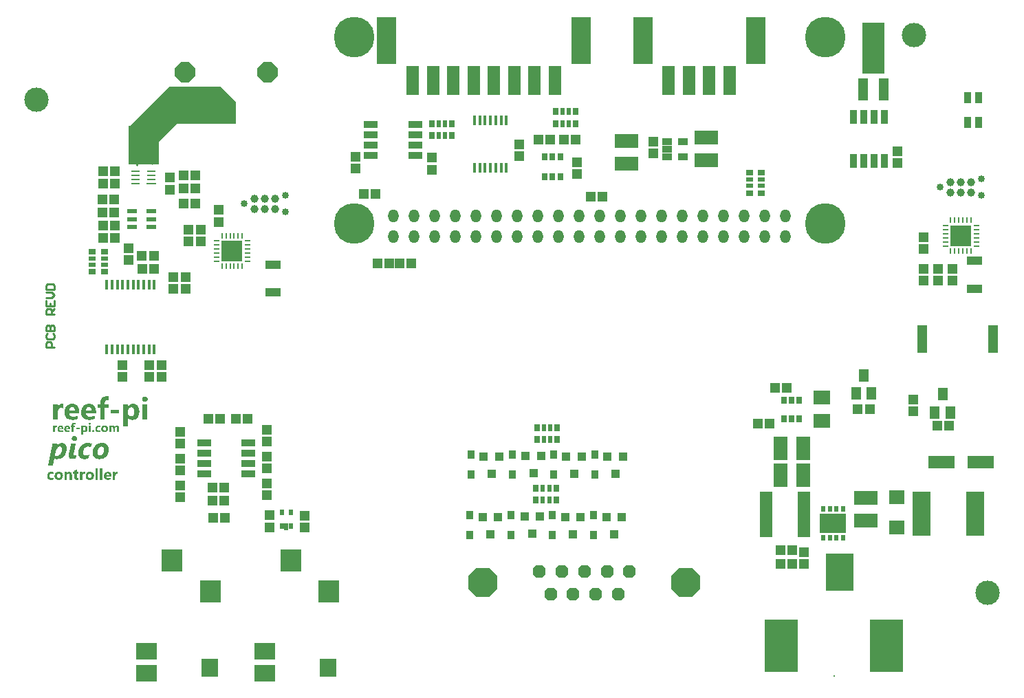
<source format=gts>
G04*
G04 #@! TF.GenerationSoftware,Altium Limited,Altium Designer,19.0.8 (182)*
G04*
G04 Layer_Color=8388736*
%FSLAX25Y25*%
%MOIN*%
G70*
G01*
G75*
%ADD17C,0.01000*%
%ADD35R,0.01200X0.04800*%
%ADD38O,0.04528X0.00984*%
%ADD39R,0.04528X0.00984*%
%ADD40R,0.02756X0.00984*%
%ADD41R,0.10236X0.10236*%
%ADD42R,0.00984X0.02756*%
%ADD52R,0.10236X0.10236*%
%ADD70R,0.02600X0.03400*%
%ADD71R,0.04540X0.04540*%
%ADD72R,0.04973X0.03359*%
%ADD73R,0.11500X0.07100*%
%ADD74R,0.04540X0.04540*%
%ADD75R,0.02756X0.03347*%
%ADD76R,0.01968X0.03347*%
%ADD77R,0.09461X0.22847*%
%ADD78R,0.06312X0.14186*%
%ADD79R,0.04000X0.04400*%
%ADD80R,0.03200X0.04000*%
%ADD81R,0.02558X0.03358*%
%ADD82R,0.03347X0.02756*%
%ADD83R,0.03347X0.01968*%
%ADD84R,0.12700X0.06400*%
%ADD85C,0.11811*%
%ADD86R,0.03600X0.05600*%
%ADD87C,0.03950*%
%ADD88R,0.07493X0.03950*%
%ADD89R,0.09843X0.07874*%
%ADD90R,0.10236X0.10630*%
%ADD91R,0.08268X0.08661*%
%ADD92R,0.09843X0.10630*%
%ADD93R,0.04800X0.06400*%
%ADD94R,0.05118X0.13386*%
%ADD95R,0.07000X0.03200*%
%ADD96R,0.07900X0.07100*%
%ADD97R,0.06299X0.22441*%
%ADD98R,0.13792X0.18123*%
%ADD99R,0.16154X0.25210*%
%ADD100R,0.08700X0.21700*%
%ADD101R,0.07400X0.06800*%
%ADD102R,0.07100X0.11500*%
%ADD103R,0.03200X0.06800*%
%ADD104R,0.02300X0.02800*%
%ADD105R,0.02000X0.03400*%
%ADD106R,0.06800X0.03200*%
%ADD107R,0.01732X0.05158*%
%ADD108R,0.04800X0.10700*%
%ADD109R,0.10700X0.24500*%
%ADD110R,0.01890X0.02756*%
%ADD111R,0.13150X0.09449*%
%ADD112R,0.04567X0.02436*%
%ADD113O,0.05118X0.06299*%
%ADD114C,0.19685*%
%ADD115P,0.06818X8X202.5*%
%ADD116P,0.15341X8X202.5*%
%ADD117C,0.03347*%
%ADD118C,0.00800*%
%ADD119P,0.10499X8X22.5*%
%ADD120C,0.05300*%
G36*
X52000Y253340D02*
X52060Y253400D01*
Y271878D01*
X52878D01*
X72000Y291000D01*
X96864D01*
X104250Y283614D01*
X104000Y283364D01*
Y273000D01*
X75533Y273000D01*
X66750Y264217D01*
X66750Y253340D01*
X52000D01*
D02*
G37*
G36*
X25993Y128007D02*
X26068Y127999D01*
X26149Y127992D01*
X26223Y127977D01*
X26297Y127955D01*
Y127237D01*
X26289D01*
X26267Y127244D01*
X26230Y127259D01*
X26186Y127274D01*
X26134Y127281D01*
X26082Y127296D01*
X25956Y127304D01*
X25912D01*
X25890Y127296D01*
X25816Y127281D01*
X25734Y127244D01*
X25646Y127185D01*
X25609Y127148D01*
X25579Y127104D01*
X25550Y127045D01*
X25527Y126978D01*
X25512Y126904D01*
X25505Y126823D01*
Y126504D01*
X26193D01*
Y125816D01*
X25505D01*
Y123500D01*
X24588D01*
Y125816D01*
X24077D01*
Y126504D01*
X24588D01*
Y126874D01*
Y126882D01*
Y126897D01*
Y126926D01*
X24595Y126956D01*
Y127000D01*
X24602Y127052D01*
X24632Y127170D01*
X24669Y127296D01*
X24728Y127437D01*
X24810Y127570D01*
X24861Y127637D01*
X24920Y127696D01*
X24928Y127703D01*
X24935Y127711D01*
X24958Y127725D01*
X24980Y127748D01*
X25054Y127799D01*
X25157Y127859D01*
X25291Y127910D01*
X25446Y127962D01*
X25624Y127999D01*
X25727Y128014D01*
X25927D01*
X25993Y128007D01*
D02*
G37*
G36*
X33349Y127925D02*
X33408Y127918D01*
X33468Y127903D01*
X33527Y127873D01*
X33593Y127844D01*
X33652Y127799D01*
X33660Y127792D01*
X33675Y127777D01*
X33697Y127748D01*
X33727Y127711D01*
X33756Y127659D01*
X33778Y127600D01*
X33793Y127533D01*
X33801Y127459D01*
Y127452D01*
Y127422D01*
X33793Y127385D01*
X33786Y127333D01*
X33764Y127281D01*
X33741Y127222D01*
X33704Y127163D01*
X33652Y127111D01*
X33645Y127104D01*
X33623Y127089D01*
X33593Y127067D01*
X33549Y127045D01*
X33497Y127022D01*
X33430Y127000D01*
X33349Y126985D01*
X33268Y126978D01*
X33231D01*
X33186Y126985D01*
X33134Y126993D01*
X33068Y127008D01*
X33009Y127037D01*
X32942Y127067D01*
X32883Y127111D01*
X32875Y127119D01*
X32861Y127133D01*
X32838Y127170D01*
X32809Y127207D01*
X32779Y127259D01*
X32757Y127318D01*
X32742Y127385D01*
X32735Y127459D01*
Y127466D01*
Y127496D01*
X32742Y127533D01*
X32757Y127577D01*
X32772Y127637D01*
X32794Y127688D01*
X32831Y127748D01*
X32883Y127799D01*
X32890Y127807D01*
X32912Y127822D01*
X32942Y127844D01*
X32987Y127866D01*
X33046Y127888D01*
X33105Y127910D01*
X33186Y127925D01*
X33268Y127933D01*
X33305D01*
X33349Y127925D01*
D02*
G37*
G36*
X31070Y126564D02*
X31114Y126556D01*
X31174Y126549D01*
X31299Y126519D01*
X31447Y126475D01*
X31595Y126401D01*
X31669Y126356D01*
X31736Y126305D01*
X31810Y126245D01*
X31869Y126171D01*
X31877Y126164D01*
X31884Y126157D01*
X31899Y126127D01*
X31921Y126097D01*
X31943Y126060D01*
X31973Y126009D01*
X32002Y125949D01*
X32032Y125883D01*
X32061Y125809D01*
X32084Y125727D01*
X32113Y125639D01*
X32135Y125542D01*
X32158Y125439D01*
X32173Y125328D01*
X32187Y125209D01*
Y125084D01*
Y125076D01*
Y125054D01*
Y125010D01*
X32180Y124958D01*
Y124899D01*
X32165Y124825D01*
X32158Y124743D01*
X32143Y124654D01*
X32098Y124462D01*
X32032Y124262D01*
X31988Y124166D01*
X31943Y124070D01*
X31884Y123974D01*
X31817Y123885D01*
X31810Y123877D01*
X31802Y123863D01*
X31780Y123840D01*
X31751Y123818D01*
X31714Y123781D01*
X31669Y123744D01*
X31618Y123700D01*
X31558Y123663D01*
X31418Y123574D01*
X31247Y123507D01*
X31151Y123478D01*
X31055Y123456D01*
X30944Y123441D01*
X30833Y123433D01*
X30781D01*
X30744Y123441D01*
X30700Y123448D01*
X30648Y123456D01*
X30530Y123485D01*
X30397Y123537D01*
X30256Y123611D01*
X30189Y123655D01*
X30123Y123715D01*
X30064Y123774D01*
X30004Y123848D01*
X29997D01*
Y122124D01*
X29065D01*
Y126504D01*
X29997D01*
Y126046D01*
X30004D01*
X30012Y126053D01*
X30019Y126068D01*
X30041Y126097D01*
X30071Y126127D01*
X30101Y126164D01*
X30145Y126208D01*
X30197Y126260D01*
X30256Y126312D01*
X30397Y126408D01*
X30559Y126490D01*
X30656Y126519D01*
X30752Y126549D01*
X30863Y126564D01*
X30974Y126571D01*
X31033D01*
X31070Y126564D01*
D02*
G37*
G36*
X46565Y126564D02*
X46632Y126549D01*
X46706Y126534D01*
X46788Y126504D01*
X46876Y126467D01*
X46973Y126423D01*
X47061Y126356D01*
X47150Y126275D01*
X47232Y126179D01*
X47306Y126060D01*
X47372Y125927D01*
X47416Y125764D01*
X47453Y125579D01*
X47461Y125365D01*
Y123500D01*
X46536D01*
Y125209D01*
Y125217D01*
Y125239D01*
Y125269D01*
X46529Y125313D01*
X46521Y125357D01*
X46514Y125417D01*
X46477Y125535D01*
X46417Y125653D01*
X46380Y125713D01*
X46336Y125757D01*
X46277Y125801D01*
X46210Y125831D01*
X46136Y125853D01*
X46055Y125861D01*
X46018D01*
X45974Y125853D01*
X45922Y125838D01*
X45862Y125809D01*
X45796Y125779D01*
X45737Y125727D01*
X45678Y125661D01*
X45670Y125653D01*
X45655Y125624D01*
X45633Y125587D01*
X45611Y125528D01*
X45581Y125461D01*
X45559Y125380D01*
X45544Y125283D01*
X45537Y125180D01*
Y123500D01*
X44612D01*
Y125224D01*
Y125232D01*
Y125254D01*
Y125283D01*
X44605Y125320D01*
X44597Y125372D01*
X44590Y125424D01*
X44553Y125542D01*
X44493Y125661D01*
X44456Y125713D01*
X44412Y125764D01*
X44360Y125801D01*
X44294Y125831D01*
X44220Y125853D01*
X44138Y125861D01*
X44101D01*
X44057Y125853D01*
X44005Y125838D01*
X43946Y125816D01*
X43879Y125779D01*
X43820Y125735D01*
X43761Y125676D01*
X43753Y125668D01*
X43739Y125639D01*
X43716Y125602D01*
X43694Y125542D01*
X43665Y125468D01*
X43643Y125380D01*
X43628Y125283D01*
X43620Y125165D01*
Y123500D01*
X42688D01*
Y126504D01*
X43620D01*
Y126031D01*
X43628D01*
X43635Y126038D01*
X43657Y126075D01*
X43687Y126120D01*
X43731Y126171D01*
X43791Y126231D01*
X43865Y126297D01*
X43946Y126364D01*
X44035Y126423D01*
X44050Y126430D01*
X44079Y126445D01*
X44131Y126467D01*
X44205Y126497D01*
X44286Y126527D01*
X44383Y126549D01*
X44486Y126564D01*
X44597Y126571D01*
X44656D01*
X44701Y126564D01*
X44752Y126556D01*
X44812Y126541D01*
X44945Y126504D01*
X45019Y126475D01*
X45093Y126438D01*
X45160Y126393D01*
X45234Y126334D01*
X45300Y126275D01*
X45367Y126201D01*
X45419Y126112D01*
X45470Y126016D01*
X45478Y126023D01*
X45485Y126038D01*
X45507Y126068D01*
X45537Y126105D01*
X45566Y126142D01*
X45611Y126194D01*
X45663Y126245D01*
X45722Y126297D01*
X45788Y126349D01*
X45862Y126393D01*
X45951Y126445D01*
X46040Y126482D01*
X46136Y126519D01*
X46240Y126549D01*
X46358Y126564D01*
X46477Y126571D01*
X46521D01*
X46565Y126564D01*
D02*
G37*
G36*
X17262Y126549D02*
X17343Y126541D01*
X17410Y126519D01*
Y125668D01*
X17402Y125676D01*
X17380Y125683D01*
X17343Y125698D01*
X17299Y125713D01*
X17239Y125727D01*
X17173Y125742D01*
X17099Y125757D01*
X16965D01*
X16914Y125742D01*
X16847Y125727D01*
X16773Y125705D01*
X16699Y125661D01*
X16618Y125609D01*
X16551Y125535D01*
X16544Y125528D01*
X16522Y125498D01*
X16499Y125446D01*
X16470Y125380D01*
X16433Y125291D01*
X16410Y125187D01*
X16388Y125061D01*
X16381Y124928D01*
Y123500D01*
X15449D01*
Y126504D01*
X16381D01*
Y125942D01*
X16388D01*
Y125949D01*
X16396Y125972D01*
X16410Y126001D01*
X16433Y126038D01*
X16492Y126134D01*
X16573Y126253D01*
X16677Y126364D01*
X16744Y126416D01*
X16817Y126460D01*
X16899Y126497D01*
X16980Y126527D01*
X17076Y126549D01*
X17180Y126556D01*
X17232D01*
X17262Y126549D01*
D02*
G37*
G36*
X37774Y126564D02*
X37826D01*
X37937Y126556D01*
X38063Y126534D01*
X38189Y126512D01*
X38307Y126475D01*
X38411Y126430D01*
Y125646D01*
X38396Y125653D01*
X38359Y125683D01*
X38300Y125713D01*
X38218Y125757D01*
X38122Y125794D01*
X38011Y125831D01*
X37893Y125853D01*
X37760Y125861D01*
X37693D01*
X37619Y125846D01*
X37530Y125831D01*
X37426Y125801D01*
X37323Y125764D01*
X37219Y125705D01*
X37123Y125624D01*
X37116Y125616D01*
X37086Y125579D01*
X37049Y125528D01*
X37012Y125461D01*
X36968Y125365D01*
X36931Y125261D01*
X36901Y125135D01*
X36894Y124987D01*
Y124980D01*
Y124973D01*
Y124950D01*
X36901Y124921D01*
X36909Y124847D01*
X36923Y124758D01*
X36946Y124662D01*
X36990Y124551D01*
X37042Y124455D01*
X37116Y124358D01*
X37123Y124351D01*
X37160Y124321D01*
X37212Y124292D01*
X37279Y124247D01*
X37367Y124210D01*
X37471Y124173D01*
X37597Y124144D01*
X37730Y124136D01*
X37789D01*
X37856Y124151D01*
X37944Y124166D01*
X38048Y124188D01*
X38166Y124225D01*
X38285Y124277D01*
X38411Y124351D01*
Y123604D01*
X38396Y123596D01*
X38352Y123574D01*
X38278Y123552D01*
X38181Y123522D01*
X38048Y123485D01*
X37893Y123463D01*
X37708Y123441D01*
X37501Y123433D01*
X37434D01*
X37389Y123441D01*
X37330Y123448D01*
X37264Y123456D01*
X37182Y123470D01*
X37101Y123485D01*
X36923Y123537D01*
X36738Y123611D01*
X36650Y123655D01*
X36553Y123715D01*
X36465Y123774D01*
X36383Y123848D01*
X36376Y123855D01*
X36368Y123870D01*
X36346Y123892D01*
X36316Y123922D01*
X36287Y123966D01*
X36250Y124011D01*
X36206Y124070D01*
X36169Y124136D01*
X36132Y124210D01*
X36087Y124292D01*
X36020Y124477D01*
X35991Y124580D01*
X35976Y124691D01*
X35961Y124810D01*
X35954Y124928D01*
Y124936D01*
Y124965D01*
Y125002D01*
X35961Y125054D01*
X35969Y125121D01*
X35976Y125195D01*
X35991Y125276D01*
X36013Y125365D01*
X36065Y125557D01*
X36102Y125653D01*
X36146Y125757D01*
X36198Y125853D01*
X36265Y125949D01*
X36331Y126038D01*
X36413Y126127D01*
X36420Y126134D01*
X36435Y126149D01*
X36457Y126171D01*
X36494Y126194D01*
X36546Y126231D01*
X36598Y126268D01*
X36664Y126305D01*
X36738Y126349D01*
X36820Y126393D01*
X36916Y126430D01*
X37012Y126467D01*
X37123Y126504D01*
X37242Y126527D01*
X37367Y126549D01*
X37501Y126564D01*
X37641Y126571D01*
X37730D01*
X37774Y126564D01*
D02*
G37*
G36*
X28273Y124773D02*
X26667D01*
Y125424D01*
X28273D01*
Y124773D01*
D02*
G37*
G36*
X33727Y123500D02*
X32794D01*
Y126504D01*
X33727D01*
Y123500D01*
D02*
G37*
G36*
X40616Y126564D02*
X40675Y126556D01*
X40749Y126549D01*
X40830Y126534D01*
X40919Y126519D01*
X41104Y126467D01*
X41201Y126438D01*
X41297Y126393D01*
X41393Y126342D01*
X41489Y126290D01*
X41578Y126223D01*
X41659Y126149D01*
X41667Y126142D01*
X41682Y126127D01*
X41696Y126105D01*
X41726Y126075D01*
X41756Y126031D01*
X41793Y125979D01*
X41837Y125920D01*
X41874Y125853D01*
X41911Y125779D01*
X41955Y125698D01*
X41992Y125602D01*
X42022Y125505D01*
X42052Y125402D01*
X42074Y125283D01*
X42081Y125165D01*
X42088Y125039D01*
Y125032D01*
Y125010D01*
Y124965D01*
X42081Y124913D01*
X42074Y124854D01*
X42066Y124780D01*
X42052Y124699D01*
X42037Y124610D01*
X41985Y124425D01*
X41948Y124329D01*
X41903Y124225D01*
X41852Y124129D01*
X41800Y124040D01*
X41726Y123944D01*
X41652Y123863D01*
X41644Y123855D01*
X41630Y123848D01*
X41607Y123826D01*
X41570Y123796D01*
X41526Y123766D01*
X41474Y123729D01*
X41408Y123685D01*
X41341Y123648D01*
X41260Y123611D01*
X41171Y123567D01*
X41067Y123530D01*
X40964Y123500D01*
X40845Y123470D01*
X40727Y123456D01*
X40594Y123441D01*
X40453Y123433D01*
X40379D01*
X40327Y123441D01*
X40268Y123448D01*
X40194Y123456D01*
X40113Y123470D01*
X40024Y123485D01*
X39832Y123537D01*
X39639Y123611D01*
X39535Y123655D01*
X39447Y123715D01*
X39351Y123774D01*
X39269Y123848D01*
X39262Y123855D01*
X39254Y123870D01*
X39232Y123892D01*
X39202Y123922D01*
X39173Y123966D01*
X39136Y124018D01*
X39092Y124077D01*
X39055Y124144D01*
X39018Y124225D01*
X38973Y124307D01*
X38936Y124403D01*
X38906Y124506D01*
X38877Y124610D01*
X38862Y124728D01*
X38847Y124854D01*
X38840Y124987D01*
Y124995D01*
Y125017D01*
Y125061D01*
X38847Y125113D01*
X38855Y125172D01*
X38862Y125246D01*
X38877Y125328D01*
X38899Y125417D01*
X38951Y125602D01*
X38988Y125698D01*
X39025Y125794D01*
X39077Y125890D01*
X39136Y125979D01*
X39202Y126068D01*
X39284Y126149D01*
X39291Y126157D01*
X39306Y126164D01*
X39328Y126186D01*
X39365Y126216D01*
X39410Y126245D01*
X39469Y126282D01*
X39528Y126319D01*
X39602Y126364D01*
X39683Y126401D01*
X39780Y126438D01*
X39876Y126475D01*
X39987Y126504D01*
X40098Y126534D01*
X40224Y126556D01*
X40350Y126564D01*
X40490Y126571D01*
X40564D01*
X40616Y126564D01*
D02*
G37*
G36*
X35014Y124381D02*
X35073Y124373D01*
X35133Y124358D01*
X35192Y124329D01*
X35258Y124299D01*
X35318Y124255D01*
X35325Y124247D01*
X35340Y124233D01*
X35369Y124203D01*
X35399Y124159D01*
X35421Y124114D01*
X35451Y124055D01*
X35465Y123981D01*
X35473Y123907D01*
Y123900D01*
Y123870D01*
X35465Y123833D01*
X35451Y123781D01*
X35436Y123729D01*
X35406Y123670D01*
X35369Y123611D01*
X35318Y123559D01*
X35310Y123552D01*
X35288Y123537D01*
X35258Y123522D01*
X35206Y123500D01*
X35155Y123470D01*
X35081Y123456D01*
X35007Y123441D01*
X34918Y123433D01*
X34881D01*
X34837Y123441D01*
X34785Y123448D01*
X34725Y123463D01*
X34659Y123493D01*
X34592Y123522D01*
X34533Y123567D01*
X34526Y123574D01*
X34511Y123589D01*
X34489Y123618D01*
X34459Y123663D01*
X34429Y123715D01*
X34407Y123766D01*
X34392Y123833D01*
X34385Y123907D01*
Y123914D01*
Y123944D01*
X34392Y123981D01*
X34407Y124033D01*
X34422Y124085D01*
X34452Y124144D01*
X34489Y124203D01*
X34541Y124255D01*
X34548Y124262D01*
X34570Y124277D01*
X34600Y124299D01*
X34651Y124321D01*
X34703Y124344D01*
X34770Y124366D01*
X34851Y124381D01*
X34933Y124388D01*
X34970D01*
X35014Y124381D01*
D02*
G37*
G36*
X22523Y126564D02*
X22575Y126556D01*
X22641Y126549D01*
X22789Y126519D01*
X22952Y126475D01*
X23115Y126408D01*
X23204Y126364D01*
X23278Y126312D01*
X23359Y126245D01*
X23426Y126179D01*
X23433Y126171D01*
X23440Y126164D01*
X23463Y126142D01*
X23485Y126112D01*
X23507Y126068D01*
X23544Y126023D01*
X23574Y125964D01*
X23611Y125905D01*
X23640Y125831D01*
X23677Y125757D01*
X23707Y125668D01*
X23729Y125572D01*
X23774Y125365D01*
X23781Y125246D01*
X23788Y125128D01*
Y124736D01*
X21827D01*
Y124728D01*
Y124706D01*
X21835Y124677D01*
X21849Y124632D01*
X21864Y124580D01*
X21887Y124529D01*
X21909Y124469D01*
X21946Y124410D01*
X21990Y124344D01*
X22049Y124284D01*
X22116Y124233D01*
X22197Y124181D01*
X22286Y124136D01*
X22397Y124107D01*
X22515Y124085D01*
X22656Y124077D01*
X22708D01*
X22738Y124085D01*
X22782D01*
X22834Y124092D01*
X22952Y124107D01*
X23085Y124136D01*
X23233Y124181D01*
X23381Y124233D01*
X23522Y124314D01*
Y123648D01*
X23515D01*
X23500Y123641D01*
X23478Y123626D01*
X23448Y123618D01*
X23404Y123596D01*
X23359Y123581D01*
X23300Y123559D01*
X23233Y123544D01*
X23159Y123522D01*
X23078Y123500D01*
X22893Y123470D01*
X22678Y123441D01*
X22442Y123433D01*
X22375D01*
X22323Y123441D01*
X22264Y123448D01*
X22190Y123456D01*
X22116Y123470D01*
X22027Y123485D01*
X21849Y123530D01*
X21657Y123604D01*
X21568Y123648D01*
X21472Y123700D01*
X21391Y123766D01*
X21309Y123833D01*
X21302Y123840D01*
X21294Y123855D01*
X21272Y123877D01*
X21250Y123907D01*
X21220Y123951D01*
X21183Y123996D01*
X21147Y124055D01*
X21110Y124122D01*
X21072Y124196D01*
X21035Y124284D01*
X21006Y124373D01*
X20969Y124477D01*
X20947Y124580D01*
X20924Y124699D01*
X20917Y124817D01*
X20910Y124950D01*
Y124958D01*
Y124980D01*
Y125024D01*
X20917Y125076D01*
X20924Y125135D01*
X20932Y125209D01*
X20947Y125291D01*
X20962Y125380D01*
X21013Y125565D01*
X21050Y125668D01*
X21095Y125764D01*
X21139Y125861D01*
X21198Y125957D01*
X21265Y126053D01*
X21339Y126134D01*
X21346Y126142D01*
X21361Y126157D01*
X21383Y126171D01*
X21420Y126201D01*
X21457Y126238D01*
X21509Y126275D01*
X21568Y126312D01*
X21635Y126356D01*
X21709Y126393D01*
X21790Y126430D01*
X21975Y126504D01*
X22079Y126534D01*
X22183Y126549D01*
X22294Y126564D01*
X22412Y126571D01*
X22479D01*
X22523Y126564D01*
D02*
G37*
G36*
X19274D02*
X19326Y126556D01*
X19393Y126549D01*
X19541Y126519D01*
X19703Y126475D01*
X19866Y126408D01*
X19955Y126364D01*
X20029Y126312D01*
X20110Y126245D01*
X20177Y126179D01*
X20185Y126171D01*
X20192Y126164D01*
X20214Y126142D01*
X20236Y126112D01*
X20258Y126068D01*
X20295Y126023D01*
X20325Y125964D01*
X20362Y125905D01*
X20392Y125831D01*
X20429Y125757D01*
X20458Y125668D01*
X20481Y125572D01*
X20525Y125365D01*
X20532Y125246D01*
X20540Y125128D01*
Y124736D01*
X18579D01*
Y124728D01*
Y124706D01*
X18586Y124677D01*
X18601Y124632D01*
X18616Y124580D01*
X18638Y124529D01*
X18660Y124469D01*
X18697Y124410D01*
X18742Y124344D01*
X18801Y124284D01*
X18867Y124233D01*
X18949Y124181D01*
X19038Y124136D01*
X19149Y124107D01*
X19267Y124085D01*
X19408Y124077D01*
X19459D01*
X19489Y124085D01*
X19533D01*
X19585Y124092D01*
X19703Y124107D01*
X19837Y124136D01*
X19985Y124181D01*
X20133Y124233D01*
X20273Y124314D01*
Y123648D01*
X20266D01*
X20251Y123641D01*
X20229Y123626D01*
X20199Y123618D01*
X20155Y123596D01*
X20110Y123581D01*
X20051Y123559D01*
X19985Y123544D01*
X19911Y123522D01*
X19829Y123500D01*
X19644Y123470D01*
X19430Y123441D01*
X19193Y123433D01*
X19126D01*
X19074Y123441D01*
X19015Y123448D01*
X18941Y123456D01*
X18867Y123470D01*
X18778Y123485D01*
X18601Y123530D01*
X18408Y123604D01*
X18320Y123648D01*
X18224Y123700D01*
X18142Y123766D01*
X18061Y123833D01*
X18053Y123840D01*
X18046Y123855D01*
X18024Y123877D01*
X18001Y123907D01*
X17972Y123951D01*
X17935Y123996D01*
X17898Y124055D01*
X17861Y124122D01*
X17824Y124196D01*
X17787Y124284D01*
X17757Y124373D01*
X17720Y124477D01*
X17698Y124580D01*
X17676Y124699D01*
X17669Y124817D01*
X17661Y124950D01*
Y124958D01*
Y124980D01*
Y125024D01*
X17669Y125076D01*
X17676Y125135D01*
X17683Y125209D01*
X17698Y125291D01*
X17713Y125380D01*
X17765Y125565D01*
X17802Y125668D01*
X17846Y125764D01*
X17890Y125861D01*
X17950Y125957D01*
X18016Y126053D01*
X18090Y126134D01*
X18098Y126142D01*
X18113Y126157D01*
X18135Y126171D01*
X18172Y126201D01*
X18209Y126238D01*
X18260Y126275D01*
X18320Y126312D01*
X18386Y126356D01*
X18460Y126393D01*
X18542Y126430D01*
X18727Y126504D01*
X18830Y126534D01*
X18934Y126549D01*
X19045Y126564D01*
X19163Y126571D01*
X19230D01*
X19274Y126564D01*
D02*
G37*
G36*
X23529Y104184D02*
X23613Y104165D01*
X23705Y104147D01*
X23807Y104110D01*
X23927Y104064D01*
X24038Y103999D01*
X24158Y103916D01*
X24269Y103814D01*
X24371Y103694D01*
X24464Y103546D01*
X24547Y103361D01*
X24602Y103157D01*
X24649Y102917D01*
X24658Y102648D01*
Y100354D01*
X23502D01*
Y102436D01*
Y102445D01*
Y102473D01*
Y102519D01*
X23492Y102574D01*
X23483Y102639D01*
X23465Y102713D01*
X23428Y102870D01*
X23354Y103028D01*
X23298Y103102D01*
X23243Y103166D01*
X23169Y103222D01*
X23085Y103268D01*
X22993Y103296D01*
X22882Y103305D01*
X22836D01*
X22780Y103296D01*
X22706Y103277D01*
X22632Y103250D01*
X22549Y103203D01*
X22466Y103148D01*
X22392Y103074D01*
X22382Y103065D01*
X22364Y103037D01*
X22327Y102981D01*
X22299Y102917D01*
X22262Y102833D01*
X22225Y102732D01*
X22207Y102621D01*
X22197Y102491D01*
Y100354D01*
X21032D01*
Y104110D01*
X22197D01*
Y103509D01*
X22207D01*
X22216Y103518D01*
X22225Y103536D01*
X22253Y103573D01*
X22281Y103620D01*
X22327Y103666D01*
X22382Y103721D01*
X22447Y103786D01*
X22512Y103851D01*
X22595Y103916D01*
X22688Y103980D01*
X22891Y104082D01*
X23011Y104128D01*
X23141Y104165D01*
X23270Y104184D01*
X23418Y104193D01*
X23474D01*
X23529Y104184D01*
D02*
G37*
G36*
X46673Y104165D02*
X46775Y104156D01*
X46858Y104128D01*
Y103065D01*
X46849Y103074D01*
X46821Y103083D01*
X46775Y103102D01*
X46719Y103120D01*
X46645Y103139D01*
X46562Y103157D01*
X46469Y103176D01*
X46303D01*
X46238Y103157D01*
X46155Y103139D01*
X46062Y103111D01*
X45970Y103055D01*
X45868Y102991D01*
X45785Y102898D01*
X45776Y102889D01*
X45748Y102852D01*
X45720Y102787D01*
X45683Y102704D01*
X45637Y102593D01*
X45609Y102463D01*
X45581Y102306D01*
X45572Y102140D01*
Y100354D01*
X44407D01*
Y104110D01*
X45572D01*
Y103407D01*
X45581D01*
Y103416D01*
X45591Y103444D01*
X45609Y103481D01*
X45637Y103527D01*
X45711Y103647D01*
X45813Y103795D01*
X45942Y103934D01*
X46025Y103999D01*
X46118Y104054D01*
X46220Y104101D01*
X46321Y104138D01*
X46442Y104165D01*
X46571Y104175D01*
X46636D01*
X46673Y104165D01*
D02*
G37*
G36*
X30763Y104165D02*
X30865Y104156D01*
X30948Y104128D01*
Y103065D01*
X30939Y103074D01*
X30911Y103083D01*
X30865Y103102D01*
X30809Y103120D01*
X30735Y103139D01*
X30652Y103157D01*
X30559Y103176D01*
X30393D01*
X30328Y103157D01*
X30245Y103139D01*
X30152Y103111D01*
X30060Y103055D01*
X29958Y102991D01*
X29875Y102898D01*
X29866Y102889D01*
X29838Y102852D01*
X29810Y102787D01*
X29773Y102704D01*
X29727Y102593D01*
X29699Y102463D01*
X29671Y102306D01*
X29662Y102140D01*
Y100354D01*
X28497D01*
Y104110D01*
X29662D01*
Y103407D01*
X29671D01*
Y103416D01*
X29681Y103444D01*
X29699Y103481D01*
X29727Y103527D01*
X29801Y103647D01*
X29903Y103795D01*
X30032Y103934D01*
X30115Y103999D01*
X30208Y104054D01*
X30310Y104101D01*
X30411Y104138D01*
X30532Y104165D01*
X30661Y104175D01*
X30726D01*
X30763Y104165D01*
D02*
G37*
G36*
X14890Y104184D02*
X14955D01*
X15093Y104175D01*
X15251Y104147D01*
X15408Y104119D01*
X15556Y104073D01*
X15685Y104017D01*
Y103037D01*
X15667Y103046D01*
X15621Y103083D01*
X15547Y103120D01*
X15445Y103176D01*
X15325Y103222D01*
X15186Y103268D01*
X15038Y103296D01*
X14871Y103305D01*
X14788D01*
X14696Y103287D01*
X14585Y103268D01*
X14455Y103231D01*
X14326Y103185D01*
X14196Y103111D01*
X14076Y103009D01*
X14067Y103000D01*
X14030Y102954D01*
X13983Y102889D01*
X13937Y102806D01*
X13882Y102685D01*
X13835Y102556D01*
X13798Y102399D01*
X13789Y102214D01*
Y102204D01*
Y102195D01*
Y102167D01*
X13798Y102130D01*
X13808Y102038D01*
X13826Y101927D01*
X13854Y101807D01*
X13909Y101668D01*
X13974Y101548D01*
X14067Y101427D01*
X14076Y101418D01*
X14122Y101381D01*
X14187Y101344D01*
X14270Y101289D01*
X14381Y101242D01*
X14511Y101196D01*
X14668Y101159D01*
X14834Y101150D01*
X14908D01*
X14992Y101168D01*
X15103Y101187D01*
X15232Y101215D01*
X15380Y101261D01*
X15528Y101326D01*
X15685Y101418D01*
Y100484D01*
X15667Y100475D01*
X15611Y100447D01*
X15519Y100419D01*
X15399Y100382D01*
X15232Y100336D01*
X15038Y100308D01*
X14807Y100280D01*
X14548Y100271D01*
X14464D01*
X14409Y100280D01*
X14335Y100290D01*
X14252Y100299D01*
X14150Y100317D01*
X14048Y100336D01*
X13826Y100401D01*
X13595Y100493D01*
X13484Y100549D01*
X13364Y100623D01*
X13253Y100697D01*
X13151Y100789D01*
X13142Y100798D01*
X13132Y100817D01*
X13105Y100845D01*
X13068Y100882D01*
X13031Y100937D01*
X12984Y100993D01*
X12929Y101067D01*
X12883Y101150D01*
X12836Y101242D01*
X12781Y101344D01*
X12698Y101575D01*
X12661Y101705D01*
X12642Y101844D01*
X12624Y101992D01*
X12614Y102140D01*
Y102149D01*
Y102186D01*
Y102232D01*
X12624Y102297D01*
X12633Y102380D01*
X12642Y102473D01*
X12661Y102574D01*
X12688Y102685D01*
X12753Y102926D01*
X12799Y103046D01*
X12855Y103176D01*
X12920Y103296D01*
X13003Y103416D01*
X13086Y103527D01*
X13188Y103638D01*
X13197Y103647D01*
X13216Y103666D01*
X13243Y103694D01*
X13290Y103721D01*
X13354Y103768D01*
X13419Y103814D01*
X13502Y103860D01*
X13595Y103916D01*
X13697Y103971D01*
X13817Y104017D01*
X13937Y104064D01*
X14076Y104110D01*
X14224Y104138D01*
X14381Y104165D01*
X14548Y104184D01*
X14723Y104193D01*
X14834D01*
X14890Y104184D01*
D02*
G37*
G36*
X39375Y100354D02*
X38209D01*
Y105914D01*
X39375D01*
Y100354D01*
D02*
G37*
G36*
X37238D02*
X36072D01*
Y105914D01*
X37238D01*
Y100354D01*
D02*
G37*
G36*
X42140Y104184D02*
X42205Y104175D01*
X42288Y104165D01*
X42473Y104128D01*
X42677Y104073D01*
X42880Y103990D01*
X42991Y103934D01*
X43084Y103869D01*
X43186Y103786D01*
X43269Y103703D01*
X43278Y103694D01*
X43287Y103684D01*
X43315Y103657D01*
X43343Y103620D01*
X43371Y103564D01*
X43417Y103509D01*
X43454Y103435D01*
X43500Y103361D01*
X43537Y103268D01*
X43583Y103176D01*
X43620Y103065D01*
X43648Y102944D01*
X43704Y102685D01*
X43713Y102537D01*
X43722Y102389D01*
Y101899D01*
X41271D01*
Y101890D01*
Y101862D01*
X41280Y101825D01*
X41299Y101770D01*
X41317Y101705D01*
X41345Y101640D01*
X41373Y101566D01*
X41419Y101492D01*
X41474Y101409D01*
X41548Y101335D01*
X41632Y101270D01*
X41733Y101205D01*
X41844Y101150D01*
X41983Y101113D01*
X42131Y101085D01*
X42307Y101076D01*
X42372D01*
X42409Y101085D01*
X42464D01*
X42529Y101094D01*
X42677Y101113D01*
X42843Y101150D01*
X43028Y101205D01*
X43213Y101270D01*
X43389Y101372D01*
Y100539D01*
X43380D01*
X43361Y100530D01*
X43334Y100512D01*
X43297Y100502D01*
X43241Y100475D01*
X43186Y100456D01*
X43112Y100428D01*
X43028Y100410D01*
X42936Y100382D01*
X42834Y100354D01*
X42603Y100317D01*
X42335Y100280D01*
X42039Y100271D01*
X41955D01*
X41891Y100280D01*
X41817Y100290D01*
X41724Y100299D01*
X41632Y100317D01*
X41521Y100336D01*
X41299Y100391D01*
X41058Y100484D01*
X40947Y100539D01*
X40827Y100604D01*
X40725Y100687D01*
X40623Y100771D01*
X40614Y100780D01*
X40605Y100798D01*
X40577Y100826D01*
X40549Y100863D01*
X40512Y100919D01*
X40466Y100974D01*
X40420Y101048D01*
X40374Y101131D01*
X40327Y101224D01*
X40281Y101335D01*
X40244Y101446D01*
X40198Y101575D01*
X40170Y101705D01*
X40142Y101853D01*
X40133Y102001D01*
X40124Y102167D01*
Y102177D01*
Y102204D01*
Y102260D01*
X40133Y102325D01*
X40142Y102399D01*
X40152Y102491D01*
X40170Y102593D01*
X40189Y102704D01*
X40253Y102935D01*
X40300Y103065D01*
X40355Y103185D01*
X40411Y103305D01*
X40485Y103425D01*
X40568Y103546D01*
X40660Y103647D01*
X40670Y103657D01*
X40688Y103675D01*
X40716Y103694D01*
X40762Y103731D01*
X40808Y103777D01*
X40873Y103823D01*
X40947Y103869D01*
X41030Y103925D01*
X41123Y103971D01*
X41225Y104017D01*
X41456Y104110D01*
X41585Y104147D01*
X41715Y104165D01*
X41854Y104184D01*
X42002Y104193D01*
X42085D01*
X42140Y104184D01*
D02*
G37*
G36*
X33482Y104184D02*
X33556Y104175D01*
X33649Y104165D01*
X33751Y104147D01*
X33862Y104128D01*
X34093Y104064D01*
X34213Y104027D01*
X34333Y103971D01*
X34454Y103906D01*
X34574Y103842D01*
X34685Y103758D01*
X34787Y103666D01*
X34796Y103657D01*
X34814Y103638D01*
X34833Y103610D01*
X34870Y103573D01*
X34907Y103518D01*
X34953Y103453D01*
X35009Y103379D01*
X35055Y103296D01*
X35101Y103203D01*
X35157Y103102D01*
X35203Y102981D01*
X35240Y102861D01*
X35277Y102732D01*
X35305Y102584D01*
X35314Y102436D01*
X35323Y102278D01*
Y102269D01*
Y102241D01*
Y102186D01*
X35314Y102121D01*
X35305Y102047D01*
X35295Y101955D01*
X35277Y101853D01*
X35258Y101742D01*
X35194Y101511D01*
X35147Y101390D01*
X35092Y101261D01*
X35027Y101141D01*
X34962Y101030D01*
X34870Y100909D01*
X34777Y100808D01*
X34768Y100798D01*
X34750Y100789D01*
X34722Y100761D01*
X34676Y100724D01*
X34620Y100687D01*
X34555Y100641D01*
X34472Y100586D01*
X34389Y100539D01*
X34287Y100493D01*
X34176Y100438D01*
X34047Y100391D01*
X33917Y100354D01*
X33769Y100317D01*
X33621Y100299D01*
X33455Y100280D01*
X33279Y100271D01*
X33186D01*
X33122Y100280D01*
X33048Y100290D01*
X32955Y100299D01*
X32853Y100317D01*
X32742Y100336D01*
X32502Y100401D01*
X32261Y100493D01*
X32132Y100549D01*
X32021Y100623D01*
X31901Y100697D01*
X31799Y100789D01*
X31790Y100798D01*
X31780Y100817D01*
X31753Y100845D01*
X31716Y100882D01*
X31679Y100937D01*
X31632Y101002D01*
X31577Y101076D01*
X31531Y101159D01*
X31484Y101261D01*
X31429Y101363D01*
X31383Y101483D01*
X31346Y101612D01*
X31309Y101742D01*
X31290Y101890D01*
X31272Y102047D01*
X31262Y102214D01*
Y102223D01*
Y102251D01*
Y102306D01*
X31272Y102371D01*
X31281Y102445D01*
X31290Y102537D01*
X31309Y102639D01*
X31336Y102750D01*
X31401Y102981D01*
X31447Y103102D01*
X31494Y103222D01*
X31558Y103342D01*
X31632Y103453D01*
X31716Y103564D01*
X31817Y103666D01*
X31827Y103675D01*
X31845Y103684D01*
X31873Y103712D01*
X31919Y103749D01*
X31975Y103786D01*
X32049Y103832D01*
X32123Y103879D01*
X32215Y103934D01*
X32317Y103980D01*
X32437Y104027D01*
X32557Y104073D01*
X32696Y104110D01*
X32835Y104147D01*
X32992Y104175D01*
X33149Y104184D01*
X33325Y104193D01*
X33418D01*
X33482Y104184D01*
D02*
G37*
G36*
X26998Y104110D02*
X27849D01*
Y103250D01*
X26998D01*
Y101733D01*
Y101723D01*
Y101705D01*
Y101677D01*
X27007Y101640D01*
X27026Y101548D01*
X27054Y101446D01*
X27109Y101335D01*
X27202Y101242D01*
X27248Y101205D01*
X27313Y101178D01*
X27387Y101159D01*
X27470Y101150D01*
X27498D01*
X27535Y101159D01*
X27590D01*
X27710Y101196D01*
X27775Y101215D01*
X27849Y101252D01*
Y100391D01*
X27840Y100382D01*
X27803Y100373D01*
X27738Y100354D01*
X27655Y100336D01*
X27544Y100308D01*
X27414Y100290D01*
X27257Y100280D01*
X27072Y100271D01*
X27017D01*
X26961Y100280D01*
X26878Y100290D01*
X26785Y100308D01*
X26684Y100336D01*
X26573Y100373D01*
X26462Y100428D01*
X26351Y100493D01*
X26240Y100576D01*
X26138Y100678D01*
X26045Y100798D01*
X25962Y100946D01*
X25907Y101113D01*
X25870Y101307D01*
X25851Y101529D01*
Y103250D01*
X25241D01*
Y104110D01*
X25851D01*
Y104915D01*
X26998Y105248D01*
Y104110D01*
D02*
G37*
G36*
X18442Y104184D02*
X18516Y104175D01*
X18608Y104165D01*
X18710Y104147D01*
X18821Y104128D01*
X19052Y104064D01*
X19173Y104027D01*
X19293Y103971D01*
X19413Y103906D01*
X19533Y103842D01*
X19644Y103758D01*
X19746Y103666D01*
X19755Y103657D01*
X19774Y103638D01*
X19792Y103610D01*
X19829Y103573D01*
X19866Y103518D01*
X19913Y103453D01*
X19968Y103379D01*
X20014Y103296D01*
X20061Y103203D01*
X20116Y103102D01*
X20162Y102981D01*
X20199Y102861D01*
X20236Y102732D01*
X20264Y102584D01*
X20273Y102436D01*
X20283Y102278D01*
Y102269D01*
Y102241D01*
Y102186D01*
X20273Y102121D01*
X20264Y102047D01*
X20255Y101955D01*
X20236Y101853D01*
X20218Y101742D01*
X20153Y101511D01*
X20107Y101390D01*
X20051Y101261D01*
X19987Y101141D01*
X19922Y101030D01*
X19829Y100909D01*
X19737Y100808D01*
X19728Y100798D01*
X19709Y100789D01*
X19681Y100761D01*
X19635Y100724D01*
X19580Y100687D01*
X19515Y100641D01*
X19432Y100586D01*
X19348Y100539D01*
X19247Y100493D01*
X19136Y100438D01*
X19006Y100391D01*
X18877Y100354D01*
X18729Y100317D01*
X18581Y100299D01*
X18414Y100280D01*
X18238Y100271D01*
X18146D01*
X18081Y100280D01*
X18007Y100290D01*
X17915Y100299D01*
X17813Y100317D01*
X17702Y100336D01*
X17461Y100401D01*
X17221Y100493D01*
X17091Y100549D01*
X16980Y100623D01*
X16860Y100697D01*
X16758Y100789D01*
X16749Y100798D01*
X16740Y100817D01*
X16712Y100845D01*
X16675Y100882D01*
X16638Y100937D01*
X16592Y101002D01*
X16536Y101076D01*
X16490Y101159D01*
X16444Y101261D01*
X16388Y101363D01*
X16342Y101483D01*
X16305Y101612D01*
X16268Y101742D01*
X16250Y101890D01*
X16231Y102047D01*
X16222Y102214D01*
Y102223D01*
Y102251D01*
Y102306D01*
X16231Y102371D01*
X16240Y102445D01*
X16250Y102537D01*
X16268Y102639D01*
X16296Y102750D01*
X16361Y102981D01*
X16407Y103102D01*
X16453Y103222D01*
X16518Y103342D01*
X16592Y103453D01*
X16675Y103564D01*
X16777Y103666D01*
X16786Y103675D01*
X16805Y103684D01*
X16832Y103712D01*
X16879Y103749D01*
X16934Y103786D01*
X17008Y103832D01*
X17082Y103879D01*
X17175Y103934D01*
X17276Y103980D01*
X17397Y104027D01*
X17517Y104073D01*
X17656Y104110D01*
X17794Y104147D01*
X17952Y104175D01*
X18109Y104184D01*
X18285Y104193D01*
X18377D01*
X18442Y104184D01*
D02*
G37*
G36*
X26087Y121532D02*
X26253Y121513D01*
X26438Y121458D01*
X26457D01*
X26475Y121439D01*
X26586Y121402D01*
X26716Y121328D01*
X26845Y121236D01*
X26882Y121217D01*
X26938Y121143D01*
X27031Y121014D01*
X27105Y120866D01*
X27123Y120829D01*
X27160Y120736D01*
X27197Y120588D01*
X27216Y120421D01*
Y120403D01*
Y120366D01*
Y120329D01*
X27197Y120255D01*
X27179Y120088D01*
X27105Y119903D01*
Y119885D01*
X27086Y119866D01*
X27031Y119773D01*
X26938Y119644D01*
X26809Y119514D01*
X26771Y119496D01*
X26679Y119422D01*
X26549Y119329D01*
X26364Y119255D01*
X26346D01*
X26327Y119237D01*
X26272D01*
X26198Y119218D01*
X26031Y119200D01*
X25827Y119181D01*
X25716D01*
X25642Y119200D01*
X25476Y119218D01*
X25291Y119255D01*
X25272D01*
X25254Y119274D01*
X25161Y119329D01*
X25032Y119403D01*
X24883Y119496D01*
X24865Y119514D01*
X24791Y119588D01*
X24698Y119700D01*
X24606Y119848D01*
Y119866D01*
X24587Y119885D01*
X24569Y119996D01*
X24532Y120144D01*
X24513Y120310D01*
Y120329D01*
Y120366D01*
X24532Y120477D01*
X24569Y120643D01*
X24624Y120810D01*
Y120829D01*
X24643Y120847D01*
X24698Y120958D01*
X24791Y121069D01*
X24920Y121199D01*
X24958Y121236D01*
X25050Y121291D01*
X25180Y121384D01*
X25365Y121458D01*
X25383D01*
X25402Y121476D01*
X25457Y121495D01*
X25531Y121513D01*
X25716Y121532D01*
X25920Y121551D01*
X26013D01*
X26087Y121532D01*
D02*
G37*
G36*
X20126Y118163D02*
X20274Y118145D01*
X20423Y118108D01*
X20737Y117997D01*
X20756D01*
X20811Y117959D01*
X20885Y117922D01*
X20996Y117867D01*
X21218Y117700D01*
X21348Y117589D01*
X21459Y117460D01*
X21478Y117441D01*
X21515Y117404D01*
X21570Y117330D01*
X21626Y117219D01*
X21700Y117090D01*
X21774Y116941D01*
X21848Y116775D01*
X21922Y116590D01*
Y116571D01*
X21940Y116497D01*
X21977Y116386D01*
X22014Y116257D01*
X22033Y116071D01*
X22070Y115868D01*
X22088Y115646D01*
Y115405D01*
Y115387D01*
Y115294D01*
Y115183D01*
X22070Y115016D01*
X22051Y114831D01*
X22033Y114628D01*
X21940Y114165D01*
Y114146D01*
X21922Y114054D01*
X21885Y113943D01*
X21848Y113795D01*
X21792Y113610D01*
X21718Y113406D01*
X21552Y112980D01*
X21533Y112962D01*
X21515Y112888D01*
X21441Y112777D01*
X21366Y112629D01*
X21274Y112462D01*
X21163Y112295D01*
X20885Y111925D01*
X20867Y111907D01*
X20811Y111851D01*
X20737Y111759D01*
X20626Y111648D01*
X20496Y111500D01*
X20330Y111370D01*
X20163Y111222D01*
X19960Y111074D01*
X19941Y111055D01*
X19867Y111018D01*
X19756Y110944D01*
X19627Y110870D01*
X19442Y110778D01*
X19238Y110685D01*
X19016Y110593D01*
X18775Y110519D01*
X18738D01*
X18664Y110482D01*
X18534Y110463D01*
X18349Y110426D01*
X18127Y110389D01*
X17887Y110370D01*
X17609Y110333D01*
X17128D01*
X16924Y110352D01*
X16665Y110370D01*
X16610D01*
X16535Y110389D01*
X16461Y110407D01*
X16276Y110426D01*
X16073Y110482D01*
X15332Y107057D01*
X13000D01*
X14796Y115516D01*
Y115535D01*
Y115553D01*
X14814Y115609D01*
Y115683D01*
X14851Y115868D01*
X14888Y116090D01*
Y116109D01*
X14907Y116146D01*
Y116220D01*
X14925Y116294D01*
X14962Y116516D01*
X14999Y116775D01*
Y116793D01*
X15018Y116830D01*
Y116904D01*
X15036Y116997D01*
X15055Y117219D01*
X15092Y117460D01*
Y117478D01*
X15110Y117515D01*
Y117571D01*
X15129Y117663D01*
X15147Y117830D01*
Y118015D01*
X17442D01*
Y117997D01*
X17424Y117941D01*
Y117849D01*
X17405Y117719D01*
Y117682D01*
Y117608D01*
X17387Y117497D01*
X17368Y117367D01*
Y117330D01*
X17350Y117256D01*
Y117127D01*
X17331Y116997D01*
Y116979D01*
X17313Y116904D01*
Y116812D01*
X17294Y116738D01*
X17313D01*
X17331Y116756D01*
X17350Y116793D01*
X17387Y116849D01*
X17442Y116923D01*
X17591Y117090D01*
X17776Y117293D01*
X17794Y117312D01*
X17813Y117349D01*
X17868Y117386D01*
X17942Y117460D01*
X18127Y117608D01*
X18349Y117756D01*
X18368Y117774D01*
X18405Y117793D01*
X18461Y117830D01*
X18553Y117867D01*
X18775Y117978D01*
X19034Y118071D01*
X19053D01*
X19108Y118089D01*
X19182Y118108D01*
X19275Y118126D01*
X19386Y118145D01*
X19534Y118163D01*
X19830Y118182D01*
X20015D01*
X20126Y118163D01*
D02*
G37*
G36*
X32806D02*
X33028Y118145D01*
X33083D01*
X33139Y118126D01*
X33213D01*
X33380Y118089D01*
X33565Y118034D01*
X33602D01*
X33713Y117997D01*
X33861Y117959D01*
X34009Y117904D01*
X34027D01*
X34046Y117885D01*
X34120Y117867D01*
X34231Y117811D01*
X34323Y117756D01*
X33916Y115942D01*
X33898D01*
X33879Y115979D01*
X33805Y116016D01*
X33731Y116053D01*
X33639Y116109D01*
X33528Y116146D01*
X33250Y116257D01*
X33231D01*
X33176Y116275D01*
X33102Y116312D01*
X32991Y116331D01*
X32880Y116368D01*
X32732Y116386D01*
X32399Y116405D01*
X32306D01*
X32213Y116386D01*
X32084Y116368D01*
X31936Y116349D01*
X31769Y116312D01*
X31603Y116238D01*
X31436Y116164D01*
X31418Y116146D01*
X31362Y116127D01*
X31288Y116071D01*
X31177Y115998D01*
X31066Y115905D01*
X30936Y115794D01*
X30696Y115516D01*
X30677Y115498D01*
X30640Y115442D01*
X30584Y115368D01*
X30529Y115257D01*
X30455Y115128D01*
X30381Y114979D01*
X30233Y114628D01*
Y114609D01*
X30214Y114554D01*
X30196Y114443D01*
X30159Y114332D01*
X30140Y114183D01*
X30103Y114017D01*
X30085Y113665D01*
Y113628D01*
Y113536D01*
X30103Y113406D01*
X30122Y113240D01*
X30177Y113054D01*
X30233Y112851D01*
X30325Y112666D01*
X30436Y112499D01*
X30455Y112481D01*
X30511Y112444D01*
X30584Y112370D01*
X30696Y112295D01*
X30844Y112221D01*
X31029Y112147D01*
X31251Y112110D01*
X31492Y112092D01*
X31640D01*
X31788Y112110D01*
X31954Y112129D01*
X31991D01*
X32102Y112166D01*
X32250Y112184D01*
X32417Y112240D01*
X32436D01*
X32454Y112258D01*
X32565Y112295D01*
X32713Y112351D01*
X32861Y112425D01*
X32880D01*
X32898Y112444D01*
X32991Y112481D01*
X33120Y112555D01*
X33268Y112629D01*
X32898Y110852D01*
X32880Y110833D01*
X32806Y110815D01*
X32713Y110759D01*
X32584Y110704D01*
X32417Y110648D01*
X32232Y110574D01*
X31825Y110463D01*
X31806D01*
X31732Y110444D01*
X31621Y110426D01*
X31473Y110407D01*
X31306Y110370D01*
X31121Y110352D01*
X30714Y110333D01*
X30584D01*
X30455Y110352D01*
X30270D01*
X30066Y110389D01*
X29863Y110426D01*
X29640Y110463D01*
X29418Y110537D01*
X29400Y110556D01*
X29326Y110574D01*
X29215Y110630D01*
X29104Y110704D01*
X28956Y110796D01*
X28789Y110889D01*
X28493Y111166D01*
X28474Y111185D01*
X28437Y111240D01*
X28363Y111333D01*
X28289Y111444D01*
X28197Y111592D01*
X28104Y111759D01*
X28012Y111944D01*
X27938Y112147D01*
Y112166D01*
X27900Y112240D01*
X27882Y112370D01*
X27845Y112518D01*
X27808Y112703D01*
X27790Y112925D01*
X27753Y113147D01*
Y113406D01*
Y113443D01*
Y113517D01*
Y113628D01*
X27771Y113795D01*
X27790Y113980D01*
X27808Y114183D01*
X27882Y114628D01*
Y114665D01*
X27919Y114739D01*
X27938Y114850D01*
X27993Y114998D01*
X28049Y115164D01*
X28123Y115368D01*
X28289Y115757D01*
X28308Y115775D01*
X28345Y115849D01*
X28400Y115942D01*
X28474Y116090D01*
X28585Y116238D01*
X28697Y116405D01*
X28974Y116738D01*
X28993Y116756D01*
X29048Y116812D01*
X29122Y116904D01*
X29252Y116997D01*
X29381Y117127D01*
X29529Y117238D01*
X29900Y117497D01*
X29918Y117515D01*
X29992Y117552D01*
X30103Y117608D01*
X30233Y117682D01*
X30399Y117774D01*
X30603Y117849D01*
X30807Y117922D01*
X31029Y117997D01*
X31066D01*
X31140Y118034D01*
X31269Y118052D01*
X31436Y118089D01*
X31640Y118126D01*
X31880Y118145D01*
X32121Y118182D01*
X32602D01*
X32806Y118163D01*
D02*
G37*
G36*
X25679Y113776D02*
Y113758D01*
Y113739D01*
X25661Y113684D01*
X25642Y113610D01*
X25605Y113425D01*
X25550Y113203D01*
Y113184D01*
Y113147D01*
X25531Y113091D01*
Y113017D01*
X25513Y112832D01*
X25494Y112647D01*
Y112629D01*
Y112610D01*
X25513Y112499D01*
X25568Y112370D01*
X25661Y112258D01*
X25698Y112240D01*
X25790Y112203D01*
X25920Y112166D01*
X26068Y112147D01*
X26198D01*
X26327Y112166D01*
X26457Y112184D01*
X26494D01*
X26586Y112221D01*
X26697Y112240D01*
X26809Y112295D01*
Y112277D01*
X26790Y112221D01*
X26771Y112129D01*
X26753Y112018D01*
X26716Y111888D01*
X26697Y111740D01*
X26623Y111425D01*
Y111407D01*
X26605Y111352D01*
Y111259D01*
X26568Y111166D01*
X26549Y111018D01*
X26531Y110889D01*
X26457Y110556D01*
X26438D01*
X26364Y110537D01*
X26253Y110519D01*
X26142Y110500D01*
X26105D01*
X26031Y110482D01*
X25920Y110463D01*
X25772Y110444D01*
X25735D01*
X25661Y110426D01*
X25531Y110407D01*
X25365Y110389D01*
X25235D01*
X25106Y110370D01*
X24791D01*
X24680Y110389D01*
X24402Y110426D01*
X24125Y110482D01*
X24106D01*
X24069Y110500D01*
X23995Y110537D01*
X23921Y110574D01*
X23736Y110667D01*
X23532Y110815D01*
Y110833D01*
X23495Y110852D01*
X23458Y110907D01*
X23403Y110981D01*
X23292Y111148D01*
X23199Y111370D01*
Y111389D01*
X23180Y111425D01*
X23162Y111500D01*
Y111592D01*
X23125Y111814D01*
X23107Y112092D01*
Y112110D01*
Y112184D01*
Y112295D01*
X23125Y112444D01*
Y112462D01*
Y112481D01*
X23144Y112573D01*
Y112703D01*
X23162Y112851D01*
Y112869D01*
Y112888D01*
X23180Y112999D01*
X23217Y113128D01*
X23236Y113295D01*
Y113313D01*
Y113332D01*
X23255Y113425D01*
X23292Y113573D01*
X23329Y113721D01*
Y113739D01*
X23347Y113832D01*
X23384Y113980D01*
X23403Y114072D01*
X23421Y114183D01*
Y114202D01*
X23440Y114239D01*
X23458Y114313D01*
X23477Y114406D01*
X23495Y114517D01*
X23532Y114646D01*
X23588Y114942D01*
Y114961D01*
X23606Y115016D01*
X23625Y115109D01*
X23643Y115220D01*
X23680Y115368D01*
X23699Y115516D01*
X23773Y115868D01*
Y115886D01*
X23791Y115942D01*
X23810Y116034D01*
X23847Y116164D01*
X23865Y116294D01*
X23902Y116460D01*
X23976Y116775D01*
Y116793D01*
X23995Y116849D01*
X24013Y116941D01*
X24032Y117034D01*
X24088Y117293D01*
X24125Y117552D01*
Y117571D01*
X24143Y117608D01*
Y117663D01*
X24161Y117737D01*
X24199Y117885D01*
X24217Y117959D01*
X24236Y118015D01*
X26586D01*
X25679Y113776D01*
D02*
G37*
G36*
X39451Y118163D02*
X39636D01*
X39858Y118126D01*
X40080Y118089D01*
X40321Y118034D01*
X40561Y117959D01*
X40580Y117941D01*
X40672Y117922D01*
X40784Y117867D01*
X40913Y117793D01*
X41080Y117700D01*
X41246Y117589D01*
X41413Y117460D01*
X41579Y117312D01*
X41598Y117293D01*
X41653Y117238D01*
X41728Y117145D01*
X41820Y117034D01*
X41913Y116886D01*
X42024Y116719D01*
X42116Y116534D01*
X42209Y116312D01*
X42227Y116294D01*
X42246Y116220D01*
X42283Y116090D01*
X42320Y115942D01*
X42357Y115757D01*
X42394Y115535D01*
X42431Y115294D01*
Y115035D01*
Y115016D01*
Y114942D01*
Y114831D01*
X42412Y114702D01*
Y114535D01*
X42394Y114350D01*
X42320Y113943D01*
Y113924D01*
X42301Y113850D01*
X42283Y113739D01*
X42246Y113610D01*
X42209Y113443D01*
X42153Y113258D01*
X42005Y112869D01*
X41987Y112851D01*
X41968Y112777D01*
X41913Y112684D01*
X41857Y112555D01*
X41765Y112407D01*
X41672Y112221D01*
X41431Y111870D01*
X41413Y111851D01*
X41376Y111796D01*
X41302Y111703D01*
X41191Y111592D01*
X41061Y111462D01*
X40932Y111333D01*
X40765Y111185D01*
X40580Y111055D01*
X40561Y111037D01*
X40487Y111000D01*
X40395Y110944D01*
X40265Y110870D01*
X40099Y110778D01*
X39895Y110685D01*
X39691Y110593D01*
X39451Y110519D01*
X39414D01*
X39340Y110482D01*
X39210Y110463D01*
X39025Y110426D01*
X38803Y110389D01*
X38562Y110370D01*
X38266Y110333D01*
X37822D01*
X37674Y110352D01*
X37470Y110370D01*
X37248Y110389D01*
X37007Y110426D01*
X36748Y110482D01*
X36508Y110556D01*
X36489Y110574D01*
X36415Y110593D01*
X36286Y110648D01*
X36156Y110722D01*
X35989Y110833D01*
X35823Y110944D01*
X35656Y111074D01*
X35490Y111222D01*
X35471Y111240D01*
X35416Y111296D01*
X35342Y111389D01*
X35267Y111500D01*
X35157Y111648D01*
X35064Y111833D01*
X34971Y112018D01*
X34879Y112221D01*
Y112240D01*
X34842Y112332D01*
X34823Y112444D01*
X34786Y112610D01*
X34749Y112795D01*
X34731Y112999D01*
X34694Y113240D01*
Y113480D01*
Y113499D01*
Y113573D01*
Y113684D01*
X34712Y113832D01*
Y113998D01*
X34749Y114183D01*
X34805Y114591D01*
Y114609D01*
X34823Y114683D01*
X34860Y114794D01*
X34897Y114942D01*
X34934Y115091D01*
X34990Y115276D01*
X35138Y115664D01*
X35157Y115683D01*
X35175Y115757D01*
X35230Y115849D01*
X35305Y115998D01*
X35397Y116146D01*
X35490Y116312D01*
X35730Y116645D01*
X35749Y116664D01*
X35786Y116719D01*
X35860Y116812D01*
X35971Y116923D01*
X36101Y117052D01*
X36230Y117182D01*
X36397Y117312D01*
X36582Y117441D01*
X36600Y117460D01*
X36674Y117497D01*
X36767Y117571D01*
X36915Y117645D01*
X37082Y117719D01*
X37285Y117811D01*
X37489Y117904D01*
X37729Y117978D01*
X37766Y117997D01*
X37840Y118015D01*
X37970Y118052D01*
X38155Y118089D01*
X38359Y118126D01*
X38618Y118145D01*
X38877Y118182D01*
X39303D01*
X39451Y118163D01*
D02*
G37*
G36*
X41814Y140773D02*
X41999Y140754D01*
X42203Y140736D01*
X42388Y140699D01*
X42573Y140643D01*
Y138848D01*
X42555D01*
X42499Y138866D01*
X42406Y138903D01*
X42295Y138940D01*
X42166Y138959D01*
X42036Y138996D01*
X41722Y139014D01*
X41611D01*
X41555Y138996D01*
X41370Y138959D01*
X41166Y138866D01*
X40944Y138718D01*
X40852Y138625D01*
X40778Y138514D01*
X40703Y138366D01*
X40648Y138200D01*
X40611Y138015D01*
X40593Y137811D01*
Y137015D01*
X42314D01*
Y135294D01*
X40593D01*
Y129500D01*
X38297D01*
Y135294D01*
X37020D01*
Y137015D01*
X38297D01*
Y137941D01*
Y137959D01*
Y137996D01*
Y138070D01*
X38316Y138144D01*
Y138255D01*
X38334Y138385D01*
X38408Y138681D01*
X38501Y138996D01*
X38649Y139347D01*
X38853Y139681D01*
X38982Y139847D01*
X39130Y139995D01*
X39149Y140014D01*
X39167Y140032D01*
X39223Y140069D01*
X39278Y140125D01*
X39463Y140254D01*
X39722Y140402D01*
X40056Y140532D01*
X40444Y140662D01*
X40889Y140754D01*
X41148Y140791D01*
X41647D01*
X41814Y140773D01*
D02*
G37*
G36*
X60213Y140569D02*
X60361Y140550D01*
X60509Y140514D01*
X60657Y140439D01*
X60824Y140365D01*
X60972Y140254D01*
X60991Y140236D01*
X61027Y140199D01*
X61083Y140125D01*
X61157Y140032D01*
X61231Y139903D01*
X61287Y139754D01*
X61324Y139588D01*
X61342Y139403D01*
Y139384D01*
Y139310D01*
X61324Y139218D01*
X61305Y139088D01*
X61250Y138959D01*
X61194Y138811D01*
X61102Y138663D01*
X60972Y138533D01*
X60953Y138514D01*
X60898Y138477D01*
X60824Y138422D01*
X60713Y138366D01*
X60583Y138311D01*
X60417Y138255D01*
X60213Y138218D01*
X60009Y138200D01*
X59917D01*
X59806Y138218D01*
X59676Y138237D01*
X59510Y138274D01*
X59362Y138348D01*
X59195Y138422D01*
X59047Y138533D01*
X59028Y138551D01*
X58991Y138588D01*
X58936Y138681D01*
X58862Y138774D01*
X58788Y138903D01*
X58732Y139051D01*
X58695Y139218D01*
X58677Y139403D01*
Y139421D01*
Y139495D01*
X58695Y139588D01*
X58732Y139699D01*
X58769Y139847D01*
X58825Y139977D01*
X58917Y140125D01*
X59047Y140254D01*
X59065Y140273D01*
X59121Y140310D01*
X59195Y140365D01*
X59306Y140421D01*
X59454Y140476D01*
X59602Y140532D01*
X59806Y140569D01*
X60009Y140587D01*
X60102D01*
X60213Y140569D01*
D02*
G37*
G36*
X54512Y137163D02*
X54623Y137145D01*
X54771Y137126D01*
X55086Y137052D01*
X55456Y136941D01*
X55826Y136756D01*
X56011Y136645D01*
X56178Y136515D01*
X56363Y136367D01*
X56511Y136182D01*
X56530Y136164D01*
X56548Y136145D01*
X56585Y136071D01*
X56641Y135997D01*
X56696Y135905D01*
X56770Y135775D01*
X56844Y135627D01*
X56918Y135460D01*
X56992Y135275D01*
X57048Y135072D01*
X57122Y134849D01*
X57177Y134609D01*
X57233Y134350D01*
X57270Y134072D01*
X57307Y133776D01*
Y133461D01*
Y133443D01*
Y133387D01*
Y133276D01*
X57288Y133147D01*
Y132998D01*
X57252Y132813D01*
X57233Y132610D01*
X57196Y132388D01*
X57085Y131906D01*
X56918Y131406D01*
X56807Y131166D01*
X56696Y130925D01*
X56548Y130685D01*
X56381Y130463D01*
X56363Y130444D01*
X56344Y130407D01*
X56289Y130351D01*
X56215Y130296D01*
X56122Y130203D01*
X56011Y130111D01*
X55882Y130000D01*
X55734Y129907D01*
X55382Y129685D01*
X54956Y129518D01*
X54716Y129445D01*
X54475Y129389D01*
X54197Y129352D01*
X53920Y129333D01*
X53790D01*
X53698Y129352D01*
X53587Y129370D01*
X53457Y129389D01*
X53161Y129463D01*
X52828Y129593D01*
X52476Y129778D01*
X52309Y129889D01*
X52143Y130037D01*
X51995Y130185D01*
X51846Y130370D01*
X51828D01*
Y126057D01*
X49496D01*
Y137015D01*
X51828D01*
Y135868D01*
X51846D01*
X51865Y135886D01*
X51884Y135923D01*
X51939Y135997D01*
X52013Y136071D01*
X52087Y136164D01*
X52198Y136275D01*
X52328Y136404D01*
X52476Y136534D01*
X52828Y136774D01*
X53235Y136978D01*
X53475Y137052D01*
X53716Y137126D01*
X53994Y137163D01*
X54271Y137182D01*
X54419D01*
X54512Y137163D01*
D02*
G37*
G36*
X19972Y137126D02*
X20176Y137108D01*
X20343Y137052D01*
Y134923D01*
X20324Y134942D01*
X20268Y134960D01*
X20176Y134997D01*
X20065Y135035D01*
X19917Y135072D01*
X19750Y135108D01*
X19565Y135146D01*
X19232D01*
X19102Y135108D01*
X18936Y135072D01*
X18751Y135016D01*
X18566Y134905D01*
X18362Y134775D01*
X18195Y134590D01*
X18177Y134572D01*
X18121Y134498D01*
X18066Y134368D01*
X17992Y134202D01*
X17899Y133979D01*
X17844Y133720D01*
X17788Y133406D01*
X17770Y133072D01*
Y129500D01*
X15437D01*
Y137015D01*
X17770D01*
Y135608D01*
X17788D01*
Y135627D01*
X17807Y135682D01*
X17844Y135756D01*
X17899Y135849D01*
X18047Y136090D01*
X18251Y136386D01*
X18510Y136663D01*
X18677Y136793D01*
X18862Y136904D01*
X19065Y136997D01*
X19269Y137071D01*
X19510Y137126D01*
X19769Y137145D01*
X19898D01*
X19972Y137126D01*
D02*
G37*
G36*
X47515Y132684D02*
X43499Y132684D01*
Y134313D01*
X47515Y134313D01*
Y132684D01*
D02*
G37*
G36*
X61157Y129500D02*
X58825D01*
Y137015D01*
X61157D01*
Y129500D01*
D02*
G37*
G36*
X33133Y137163D02*
X33263Y137145D01*
X33429Y137126D01*
X33799Y137052D01*
X34207Y136941D01*
X34614Y136774D01*
X34836Y136663D01*
X35021Y136534D01*
X35225Y136367D01*
X35391Y136201D01*
X35410Y136182D01*
X35428Y136164D01*
X35484Y136108D01*
X35539Y136034D01*
X35595Y135923D01*
X35687Y135812D01*
X35761Y135664D01*
X35854Y135516D01*
X35928Y135331D01*
X36020Y135146D01*
X36094Y134923D01*
X36150Y134683D01*
X36261Y134165D01*
X36280Y133868D01*
X36298Y133572D01*
Y132591D01*
X31393D01*
Y132573D01*
Y132517D01*
X31411Y132443D01*
X31449Y132332D01*
X31486Y132202D01*
X31541Y132073D01*
X31597Y131925D01*
X31689Y131777D01*
X31800Y131610D01*
X31948Y131462D01*
X32115Y131333D01*
X32318Y131203D01*
X32541Y131092D01*
X32818Y131018D01*
X33114Y130962D01*
X33466Y130944D01*
X33596D01*
X33670Y130962D01*
X33781D01*
X33910Y130981D01*
X34207Y131018D01*
X34540Y131092D01*
X34910Y131203D01*
X35280Y131333D01*
X35632Y131536D01*
Y129870D01*
X35613D01*
X35576Y129852D01*
X35521Y129815D01*
X35447Y129796D01*
X35336Y129741D01*
X35225Y129704D01*
X35076Y129648D01*
X34910Y129611D01*
X34725Y129555D01*
X34521Y129500D01*
X34058Y129426D01*
X33522Y129352D01*
X32929Y129333D01*
X32763D01*
X32633Y129352D01*
X32485Y129370D01*
X32300Y129389D01*
X32115Y129426D01*
X31893Y129463D01*
X31449Y129574D01*
X30967Y129759D01*
X30745Y129870D01*
X30505Y130000D01*
X30301Y130166D01*
X30097Y130333D01*
X30079Y130351D01*
X30060Y130388D01*
X30005Y130444D01*
X29949Y130518D01*
X29875Y130629D01*
X29783Y130740D01*
X29690Y130888D01*
X29597Y131055D01*
X29505Y131240D01*
X29412Y131462D01*
X29338Y131684D01*
X29246Y131943D01*
X29190Y132202D01*
X29135Y132499D01*
X29116Y132795D01*
X29098Y133128D01*
Y133147D01*
Y133202D01*
Y133313D01*
X29116Y133443D01*
X29135Y133591D01*
X29153Y133776D01*
X29190Y133979D01*
X29227Y134202D01*
X29357Y134664D01*
X29449Y134923D01*
X29561Y135164D01*
X29672Y135405D01*
X29820Y135645D01*
X29986Y135886D01*
X30171Y136090D01*
X30190Y136108D01*
X30227Y136145D01*
X30282Y136182D01*
X30375Y136256D01*
X30468Y136349D01*
X30597Y136441D01*
X30745Y136534D01*
X30912Y136645D01*
X31097Y136737D01*
X31300Y136830D01*
X31763Y137015D01*
X32022Y137089D01*
X32282Y137126D01*
X32559Y137163D01*
X32855Y137182D01*
X33022D01*
X33133Y137163D01*
D02*
G37*
G36*
X25007D02*
X25137Y137145D01*
X25303Y137126D01*
X25673Y137052D01*
X26081Y136941D01*
X26488Y136774D01*
X26710Y136663D01*
X26895Y136534D01*
X27099Y136367D01*
X27265Y136201D01*
X27284Y136182D01*
X27302Y136164D01*
X27358Y136108D01*
X27413Y136034D01*
X27469Y135923D01*
X27561Y135812D01*
X27635Y135664D01*
X27728Y135516D01*
X27802Y135331D01*
X27895Y135146D01*
X27969Y134923D01*
X28024Y134683D01*
X28135Y134165D01*
X28154Y133868D01*
X28172Y133572D01*
Y132591D01*
X23267D01*
Y132573D01*
Y132517D01*
X23286Y132443D01*
X23323Y132332D01*
X23360Y132202D01*
X23415Y132073D01*
X23471Y131925D01*
X23563Y131777D01*
X23674Y131610D01*
X23822Y131462D01*
X23989Y131333D01*
X24193Y131203D01*
X24415Y131092D01*
X24692Y131018D01*
X24988Y130962D01*
X25340Y130944D01*
X25470D01*
X25544Y130962D01*
X25655D01*
X25785Y130981D01*
X26081Y131018D01*
X26414Y131092D01*
X26784Y131203D01*
X27154Y131333D01*
X27506Y131536D01*
Y129870D01*
X27487D01*
X27450Y129852D01*
X27395Y129815D01*
X27321Y129796D01*
X27210Y129741D01*
X27099Y129704D01*
X26951Y129648D01*
X26784Y129611D01*
X26599Y129555D01*
X26395Y129500D01*
X25932Y129426D01*
X25396Y129352D01*
X24803Y129333D01*
X24637D01*
X24507Y129352D01*
X24359Y129370D01*
X24174Y129389D01*
X23989Y129426D01*
X23767Y129463D01*
X23323Y129574D01*
X22841Y129759D01*
X22619Y129870D01*
X22379Y130000D01*
X22175Y130166D01*
X21971Y130333D01*
X21953Y130351D01*
X21934Y130388D01*
X21879Y130444D01*
X21823Y130518D01*
X21749Y130629D01*
X21657Y130740D01*
X21564Y130888D01*
X21472Y131055D01*
X21379Y131240D01*
X21286Y131462D01*
X21213Y131684D01*
X21120Y131943D01*
X21064Y132202D01*
X21009Y132499D01*
X20990Y132795D01*
X20972Y133128D01*
Y133147D01*
Y133202D01*
Y133313D01*
X20990Y133443D01*
X21009Y133591D01*
X21027Y133776D01*
X21064Y133979D01*
X21101Y134202D01*
X21231Y134664D01*
X21324Y134923D01*
X21435Y135164D01*
X21546Y135405D01*
X21694Y135645D01*
X21860Y135886D01*
X22045Y136090D01*
X22064Y136108D01*
X22101Y136145D01*
X22156Y136182D01*
X22249Y136256D01*
X22342Y136349D01*
X22471Y136441D01*
X22619Y136534D01*
X22786Y136645D01*
X22971Y136737D01*
X23175Y136830D01*
X23637Y137015D01*
X23896Y137089D01*
X24156Y137126D01*
X24433Y137163D01*
X24729Y137182D01*
X24896D01*
X25007Y137163D01*
D02*
G37*
%LPC*%
G36*
X30626Y125861D02*
X30582D01*
X30522Y125853D01*
X30463Y125831D01*
X30389Y125809D01*
X30308Y125772D01*
X30234Y125720D01*
X30160Y125646D01*
X30152Y125639D01*
X30130Y125609D01*
X30101Y125557D01*
X30071Y125498D01*
X30041Y125409D01*
X30012Y125313D01*
X29989Y125202D01*
X29982Y125076D01*
Y124839D01*
Y124825D01*
Y124788D01*
X29989Y124728D01*
X30004Y124662D01*
X30019Y124580D01*
X30049Y124492D01*
X30093Y124410D01*
X30145Y124329D01*
X30152Y124321D01*
X30174Y124299D01*
X30211Y124270D01*
X30263Y124233D01*
X30323Y124196D01*
X30397Y124166D01*
X30478Y124144D01*
X30574Y124136D01*
X30589D01*
X30626Y124144D01*
X30685Y124151D01*
X30752Y124166D01*
X30833Y124196D01*
X30915Y124240D01*
X30996Y124299D01*
X31062Y124381D01*
X31070Y124395D01*
X31092Y124425D01*
X31122Y124484D01*
X31151Y124558D01*
X31181Y124654D01*
X31211Y124773D01*
X31233Y124913D01*
X31240Y125069D01*
Y125076D01*
Y125106D01*
X31233Y125143D01*
Y125195D01*
X31218Y125254D01*
X31211Y125320D01*
X31166Y125468D01*
X31129Y125542D01*
X31092Y125609D01*
X31040Y125676D01*
X30981Y125735D01*
X30915Y125787D01*
X30826Y125824D01*
X30737Y125853D01*
X30626Y125861D01*
D02*
G37*
G36*
X40475D02*
X40424D01*
X40357Y125846D01*
X40283Y125831D01*
X40202Y125801D01*
X40120Y125764D01*
X40031Y125705D01*
X39957Y125631D01*
X39950Y125624D01*
X39928Y125587D01*
X39898Y125542D01*
X39869Y125468D01*
X39839Y125380D01*
X39809Y125276D01*
X39787Y125143D01*
X39780Y125002D01*
Y124995D01*
Y124965D01*
X39787Y124921D01*
X39794Y124869D01*
X39802Y124802D01*
X39817Y124728D01*
X39839Y124647D01*
X39869Y124573D01*
X39906Y124492D01*
X39950Y124410D01*
X40009Y124336D01*
X40076Y124270D01*
X40157Y124218D01*
X40253Y124173D01*
X40357Y124144D01*
X40483Y124136D01*
X40512D01*
X40542Y124144D01*
X40586Y124151D01*
X40638Y124166D01*
X40697Y124181D01*
X40756Y124210D01*
X40816Y124247D01*
X40875Y124292D01*
X40942Y124351D01*
X40993Y124425D01*
X41045Y124514D01*
X41089Y124610D01*
X41119Y124728D01*
X41141Y124869D01*
X41149Y125024D01*
Y125032D01*
Y125061D01*
X41141Y125098D01*
Y125158D01*
X41126Y125217D01*
X41112Y125291D01*
X41089Y125365D01*
X41067Y125446D01*
X41030Y125520D01*
X40986Y125594D01*
X40927Y125668D01*
X40867Y125727D01*
X40786Y125787D01*
X40697Y125824D01*
X40594Y125853D01*
X40475Y125861D01*
D02*
G37*
G36*
X22404Y125949D02*
X22367D01*
X22323Y125942D01*
X22271Y125927D01*
X22212Y125905D01*
X22145Y125868D01*
X22086Y125824D01*
X22020Y125764D01*
X22012Y125757D01*
X21997Y125735D01*
X21968Y125690D01*
X21931Y125639D01*
X21901Y125572D01*
X21864Y125491D01*
X21842Y125402D01*
X21820Y125306D01*
X22930D01*
Y125313D01*
Y125335D01*
Y125365D01*
X22922Y125409D01*
X22915Y125454D01*
X22900Y125513D01*
X22863Y125631D01*
X22834Y125690D01*
X22804Y125750D01*
X22760Y125801D01*
X22708Y125846D01*
X22649Y125890D01*
X22575Y125920D01*
X22501Y125942D01*
X22404Y125949D01*
D02*
G37*
G36*
X19156D02*
X19119D01*
X19074Y125942D01*
X19023Y125927D01*
X18963Y125905D01*
X18897Y125868D01*
X18838Y125824D01*
X18771Y125764D01*
X18764Y125757D01*
X18749Y125735D01*
X18719Y125690D01*
X18682Y125639D01*
X18653Y125572D01*
X18616Y125491D01*
X18594Y125402D01*
X18571Y125306D01*
X19681D01*
Y125313D01*
Y125335D01*
Y125365D01*
X19674Y125409D01*
X19667Y125454D01*
X19652Y125513D01*
X19615Y125631D01*
X19585Y125690D01*
X19556Y125750D01*
X19511Y125801D01*
X19459Y125846D01*
X19400Y125890D01*
X19326Y125920D01*
X19252Y125942D01*
X19156Y125949D01*
D02*
G37*
G36*
X41992Y103416D02*
X41946D01*
X41891Y103407D01*
X41826Y103388D01*
X41752Y103361D01*
X41669Y103314D01*
X41595Y103259D01*
X41511Y103185D01*
X41502Y103176D01*
X41484Y103148D01*
X41447Y103092D01*
X41400Y103028D01*
X41363Y102944D01*
X41317Y102843D01*
X41289Y102732D01*
X41262Y102611D01*
X42649D01*
Y102621D01*
Y102648D01*
Y102685D01*
X42640Y102741D01*
X42631Y102796D01*
X42612Y102870D01*
X42566Y103018D01*
X42529Y103092D01*
X42492Y103166D01*
X42436Y103231D01*
X42372Y103287D01*
X42298Y103342D01*
X42205Y103379D01*
X42113Y103407D01*
X41992Y103416D01*
D02*
G37*
G36*
X33307Y103305D02*
X33242D01*
X33159Y103287D01*
X33066Y103268D01*
X32964Y103231D01*
X32863Y103185D01*
X32752Y103111D01*
X32659Y103018D01*
X32650Y103009D01*
X32622Y102963D01*
X32585Y102907D01*
X32548Y102815D01*
X32511Y102704D01*
X32474Y102574D01*
X32446Y102408D01*
X32437Y102232D01*
Y102223D01*
Y102186D01*
X32446Y102130D01*
X32456Y102066D01*
X32465Y101982D01*
X32483Y101890D01*
X32511Y101788D01*
X32548Y101696D01*
X32594Y101594D01*
X32650Y101492D01*
X32724Y101400D01*
X32807Y101316D01*
X32909Y101252D01*
X33029Y101196D01*
X33159Y101159D01*
X33316Y101150D01*
X33353D01*
X33390Y101159D01*
X33445Y101168D01*
X33510Y101187D01*
X33584Y101205D01*
X33658Y101242D01*
X33732Y101289D01*
X33806Y101344D01*
X33889Y101418D01*
X33954Y101511D01*
X34019Y101622D01*
X34074Y101742D01*
X34111Y101890D01*
X34139Y102066D01*
X34148Y102260D01*
Y102269D01*
Y102306D01*
X34139Y102352D01*
Y102426D01*
X34121Y102500D01*
X34102Y102593D01*
X34074Y102685D01*
X34047Y102787D01*
X34000Y102880D01*
X33945Y102972D01*
X33871Y103065D01*
X33797Y103139D01*
X33695Y103213D01*
X33584Y103259D01*
X33455Y103296D01*
X33307Y103305D01*
D02*
G37*
G36*
X18266D02*
X18201D01*
X18118Y103287D01*
X18026Y103268D01*
X17924Y103231D01*
X17822Y103185D01*
X17711Y103111D01*
X17619Y103018D01*
X17609Y103009D01*
X17582Y102963D01*
X17545Y102907D01*
X17508Y102815D01*
X17471Y102704D01*
X17434Y102574D01*
X17406Y102408D01*
X17397Y102232D01*
Y102223D01*
Y102186D01*
X17406Y102130D01*
X17415Y102066D01*
X17424Y101982D01*
X17443Y101890D01*
X17471Y101788D01*
X17508Y101696D01*
X17554Y101594D01*
X17609Y101492D01*
X17683Y101400D01*
X17767Y101316D01*
X17868Y101252D01*
X17989Y101196D01*
X18118Y101159D01*
X18275Y101150D01*
X18312D01*
X18349Y101159D01*
X18405Y101168D01*
X18470Y101187D01*
X18544Y101205D01*
X18618Y101242D01*
X18692Y101289D01*
X18766Y101344D01*
X18849Y101418D01*
X18914Y101511D01*
X18978Y101622D01*
X19034Y101742D01*
X19071Y101890D01*
X19099Y102066D01*
X19108Y102260D01*
Y102269D01*
Y102306D01*
X19099Y102352D01*
Y102426D01*
X19080Y102500D01*
X19062Y102593D01*
X19034Y102685D01*
X19006Y102787D01*
X18960Y102880D01*
X18904Y102972D01*
X18830Y103065D01*
X18756Y103139D01*
X18655Y103213D01*
X18544Y103259D01*
X18414Y103296D01*
X18266Y103305D01*
D02*
G37*
G36*
X18775Y116405D02*
X18701D01*
X18627Y116386D01*
X18534Y116368D01*
X18294Y116312D01*
X18164Y116238D01*
X18035Y116164D01*
X18016Y116146D01*
X17979Y116127D01*
X17924Y116071D01*
X17831Y115998D01*
X17646Y115812D01*
X17442Y115553D01*
X17424Y115535D01*
X17405Y115498D01*
X17350Y115405D01*
X17294Y115313D01*
X17239Y115183D01*
X17165Y115053D01*
X17017Y114720D01*
Y114702D01*
X16998Y114646D01*
X16961Y114554D01*
X16924Y114424D01*
X16887Y114295D01*
X16832Y114128D01*
X16758Y113795D01*
X16369Y112073D01*
X16387D01*
X16424Y112055D01*
X16498Y112036D01*
X16572Y112018D01*
X16591D01*
X16646Y111999D01*
X16739D01*
X16832Y111981D01*
X16850D01*
X16906Y111962D01*
X16980D01*
X17072Y111944D01*
X17405D01*
X17498Y111962D01*
X17646Y111981D01*
X17794Y111999D01*
X17961Y112055D01*
X18127Y112110D01*
X18294Y112203D01*
X18312Y112221D01*
X18368Y112258D01*
X18461Y112314D01*
X18572Y112407D01*
X18683Y112499D01*
X18812Y112629D01*
X19071Y112925D01*
X19090Y112943D01*
X19127Y112999D01*
X19182Y113091D01*
X19256Y113221D01*
X19349Y113369D01*
X19423Y113536D01*
X19497Y113739D01*
X19571Y113943D01*
Y113961D01*
X19608Y114035D01*
X19627Y114165D01*
X19664Y114313D01*
X19701Y114480D01*
X19719Y114683D01*
X19756Y115128D01*
Y115146D01*
Y115164D01*
Y115294D01*
X19738Y115442D01*
X19701Y115609D01*
Y115627D01*
Y115646D01*
X19664Y115757D01*
X19608Y115886D01*
X19534Y116016D01*
X19515Y116053D01*
X19460Y116127D01*
X19367Y116220D01*
X19238Y116294D01*
X19201Y116312D01*
X19108Y116349D01*
X18960Y116386D01*
X18775Y116405D01*
D02*
G37*
G36*
X38969D02*
X38895D01*
X38803Y116386D01*
X38692Y116368D01*
X38433Y116294D01*
X38285Y116238D01*
X38137Y116146D01*
X38118Y116127D01*
X38081Y116090D01*
X38007Y116034D01*
X37933Y115960D01*
X37840Y115868D01*
X37729Y115757D01*
X37526Y115461D01*
X37507Y115442D01*
X37489Y115387D01*
X37452Y115313D01*
X37396Y115183D01*
X37322Y115053D01*
X37267Y114887D01*
X37211Y114720D01*
X37156Y114517D01*
Y114498D01*
X37137Y114424D01*
X37119Y114332D01*
X37100Y114202D01*
X37063Y114035D01*
X37045Y113869D01*
X37026Y113480D01*
Y113443D01*
Y113369D01*
X37045Y113258D01*
X37063Y113110D01*
X37100Y112943D01*
X37156Y112758D01*
X37230Y112592D01*
X37322Y112444D01*
X37341Y112425D01*
X37378Y112388D01*
X37452Y112332D01*
X37544Y112277D01*
X37655Y112203D01*
X37803Y112147D01*
X37951Y112110D01*
X38137Y112092D01*
X38211D01*
X38303Y112110D01*
X38414Y112129D01*
X38692Y112203D01*
X38840Y112258D01*
X38969Y112332D01*
X38988Y112351D01*
X39025Y112388D01*
X39099Y112444D01*
X39192Y112518D01*
X39284Y112610D01*
X39377Y112721D01*
X39580Y112999D01*
X39599Y113017D01*
X39617Y113073D01*
X39673Y113165D01*
X39728Y113277D01*
X39784Y113425D01*
X39858Y113573D01*
X39969Y113943D01*
Y113961D01*
X39988Y114035D01*
X40006Y114128D01*
X40043Y114276D01*
X40062Y114424D01*
X40080Y114609D01*
X40099Y114998D01*
Y115016D01*
Y115053D01*
Y115109D01*
Y115183D01*
X40062Y115368D01*
X40025Y115572D01*
Y115590D01*
X40006Y115609D01*
X39969Y115720D01*
X39895Y115868D01*
X39803Y116016D01*
X39784Y116053D01*
X39710Y116127D01*
X39599Y116220D01*
X39451Y116294D01*
X39414Y116312D01*
X39321Y116349D01*
X39155Y116386D01*
X38969Y116405D01*
D02*
G37*
G36*
X53401Y135405D02*
X53290D01*
X53142Y135386D01*
X52994Y135331D01*
X52809Y135275D01*
X52605Y135183D01*
X52420Y135053D01*
X52235Y134868D01*
X52217Y134849D01*
X52161Y134775D01*
X52087Y134646D01*
X52013Y134498D01*
X51939Y134276D01*
X51865Y134035D01*
X51810Y133757D01*
X51791Y133443D01*
Y132850D01*
Y132813D01*
Y132721D01*
X51810Y132573D01*
X51846Y132406D01*
X51884Y132202D01*
X51958Y131980D01*
X52069Y131777D01*
X52198Y131573D01*
X52217Y131555D01*
X52272Y131499D01*
X52365Y131425D01*
X52494Y131333D01*
X52643Y131240D01*
X52828Y131166D01*
X53031Y131110D01*
X53272Y131092D01*
X53309D01*
X53401Y131110D01*
X53549Y131129D01*
X53716Y131166D01*
X53920Y131240D01*
X54123Y131351D01*
X54327Y131499D01*
X54493Y131703D01*
X54512Y131740D01*
X54567Y131814D01*
X54641Y131962D01*
X54716Y132147D01*
X54790Y132388D01*
X54864Y132684D01*
X54919Y133035D01*
X54938Y133424D01*
Y133443D01*
Y133517D01*
X54919Y133609D01*
Y133739D01*
X54882Y133887D01*
X54864Y134054D01*
X54753Y134424D01*
X54660Y134609D01*
X54567Y134775D01*
X54438Y134942D01*
X54290Y135090D01*
X54123Y135220D01*
X53901Y135312D01*
X53679Y135386D01*
X53401Y135405D01*
D02*
G37*
G36*
X32837Y135627D02*
X32744D01*
X32633Y135608D01*
X32504Y135571D01*
X32355Y135516D01*
X32189Y135423D01*
X32041Y135312D01*
X31874Y135164D01*
X31856Y135146D01*
X31819Y135090D01*
X31745Y134979D01*
X31652Y134849D01*
X31578Y134683D01*
X31486Y134479D01*
X31430Y134257D01*
X31374Y134016D01*
X34151D01*
Y134035D01*
Y134090D01*
Y134165D01*
X34133Y134276D01*
X34114Y134387D01*
X34077Y134535D01*
X33984Y134831D01*
X33910Y134979D01*
X33836Y135127D01*
X33725Y135257D01*
X33596Y135368D01*
X33448Y135479D01*
X33263Y135553D01*
X33077Y135608D01*
X32837Y135627D01*
D02*
G37*
G36*
X24711D02*
X24618D01*
X24507Y135608D01*
X24378Y135571D01*
X24230Y135516D01*
X24063Y135423D01*
X23915Y135312D01*
X23748Y135164D01*
X23730Y135146D01*
X23693Y135090D01*
X23619Y134979D01*
X23526Y134849D01*
X23452Y134683D01*
X23360Y134479D01*
X23304Y134257D01*
X23249Y134016D01*
X26025D01*
Y134035D01*
Y134090D01*
Y134165D01*
X26007Y134276D01*
X25988Y134387D01*
X25951Y134535D01*
X25859Y134831D01*
X25785Y134979D01*
X25710Y135127D01*
X25599Y135257D01*
X25470Y135368D01*
X25322Y135479D01*
X25137Y135553D01*
X24951Y135608D01*
X24711Y135627D01*
D02*
G37*
%LPD*%
D17*
X16000Y164500D02*
X12001D01*
Y166499D01*
X12668Y167166D01*
X14001D01*
X14667Y166499D01*
Y164500D01*
X12668Y171165D02*
X12001Y170498D01*
Y169165D01*
X12668Y168499D01*
X15334D01*
X16000Y169165D01*
Y170498D01*
X15334Y171165D01*
X12001Y172497D02*
X16000D01*
Y174497D01*
X15334Y175163D01*
X14667D01*
X14001Y174497D01*
Y172497D01*
Y174497D01*
X13334Y175163D01*
X12668D01*
X12001Y174497D01*
Y172497D01*
X16000Y180495D02*
X12001D01*
Y182494D01*
X12668Y183161D01*
X14001D01*
X14667Y182494D01*
Y180495D01*
Y181828D02*
X16000Y183161D01*
X12001Y187159D02*
Y184494D01*
X16000D01*
Y187159D01*
X14001Y184494D02*
Y185826D01*
X12001Y188492D02*
X14667D01*
X16000Y189825D01*
X14667Y191158D01*
X12001D01*
Y192491D02*
X16000D01*
Y194490D01*
X15334Y195157D01*
X12668D01*
X12001Y194490D01*
Y192491D01*
X99500Y278000D02*
Y282500D01*
X95000Y287000D02*
X99500Y282500D01*
X74000Y287000D02*
X95000D01*
X94500Y278000D02*
X99500D01*
X91000Y281500D02*
X94500Y278000D01*
X56122Y253000D02*
Y269122D01*
X74000Y287000D01*
X79000Y281500D02*
X91000D01*
X63500Y253500D02*
Y266000D01*
X79000Y281500D01*
D35*
X235177Y251532D02*
D03*
X232618D02*
D03*
X230059D02*
D03*
X227500D02*
D03*
X224900D02*
D03*
X222300D02*
D03*
X219800D02*
D03*
X235177Y274449D02*
D03*
X232618D02*
D03*
X230059D02*
D03*
X227500D02*
D03*
X224900D02*
D03*
X222300D02*
D03*
X219800D02*
D03*
D38*
X55580Y247809D02*
D03*
Y245840D02*
D03*
Y243872D02*
D03*
X63060Y247809D02*
D03*
Y245840D02*
D03*
Y249777D02*
D03*
X55580D02*
D03*
D39*
X63060Y243872D02*
D03*
D40*
X94779Y216108D02*
D03*
Y214139D02*
D03*
Y212171D02*
D03*
Y210202D02*
D03*
Y208234D02*
D03*
Y206265D02*
D03*
X109740Y216108D02*
D03*
Y214139D02*
D03*
Y212171D02*
D03*
Y210202D02*
D03*
Y208234D02*
D03*
Y206265D02*
D03*
X462961Y223500D02*
D03*
Y221532D02*
D03*
Y219563D02*
D03*
Y217595D02*
D03*
Y215626D02*
D03*
Y213657D02*
D03*
X448000D02*
D03*
Y215626D02*
D03*
Y217595D02*
D03*
Y219563D02*
D03*
Y221532D02*
D03*
Y223500D02*
D03*
D41*
X102260Y211187D02*
D03*
D42*
X107181Y203706D02*
D03*
X105213D02*
D03*
X103244D02*
D03*
X101276D02*
D03*
X99307D02*
D03*
X97339D02*
D03*
Y218667D02*
D03*
X99307D02*
D03*
X101276D02*
D03*
X103244D02*
D03*
X105213D02*
D03*
X107181D02*
D03*
X450559Y211098D02*
D03*
X452528D02*
D03*
X454496D02*
D03*
X456465D02*
D03*
X458433D02*
D03*
X460402D02*
D03*
X450559Y226059D02*
D03*
X452528D02*
D03*
X454496D02*
D03*
X456465D02*
D03*
X458433D02*
D03*
X460402D02*
D03*
D52*
X455480Y218579D02*
D03*
D70*
X369617Y130000D02*
D03*
X373357D02*
D03*
X377157D02*
D03*
Y139000D02*
D03*
X369617D02*
D03*
X373357D02*
D03*
D71*
X256354Y265233D02*
D03*
X250646D02*
D03*
X39706Y249840D02*
D03*
X45414D02*
D03*
X39499Y236300D02*
D03*
X45208D02*
D03*
X84354Y241500D02*
D03*
X78646D02*
D03*
X39486Y229881D02*
D03*
X45195D02*
D03*
X92665Y90198D02*
D03*
X98374D02*
D03*
X96373Y129698D02*
D03*
X90665D02*
D03*
X368098Y59654D02*
D03*
X373807D02*
D03*
X362807Y127500D02*
D03*
X357098D02*
D03*
X373807Y66154D02*
D03*
X368098D02*
D03*
X449807Y126500D02*
D03*
X444098D02*
D03*
X45414Y243840D02*
D03*
X39706D02*
D03*
X78646Y248000D02*
D03*
X84354D02*
D03*
X84389Y234040D02*
D03*
X78680D02*
D03*
X64314Y208840D02*
D03*
X58605D02*
D03*
X64514Y202440D02*
D03*
X58806D02*
D03*
X45354Y217500D02*
D03*
X39646D02*
D03*
X45354Y223500D02*
D03*
X39646D02*
D03*
X98403Y96498D02*
D03*
X92695D02*
D03*
X93165Y81698D02*
D03*
X98874D02*
D03*
X109873Y129698D02*
D03*
X104165D02*
D03*
X268882Y265233D02*
D03*
X263173D02*
D03*
X281727Y237500D02*
D03*
X276018D02*
D03*
X189045Y205173D02*
D03*
X183336D02*
D03*
X172848D02*
D03*
X178557D02*
D03*
X166146Y238700D02*
D03*
X171854D02*
D03*
X411307Y134500D02*
D03*
X405598D02*
D03*
X371154Y145000D02*
D03*
X365446D02*
D03*
D72*
X320740Y264190D02*
D03*
Y256710D02*
D03*
X313260D02*
D03*
Y260450D02*
D03*
Y264190D02*
D03*
D73*
X332000Y255087D02*
D03*
Y266198D02*
D03*
X293500Y264632D02*
D03*
Y253520D02*
D03*
X409452Y80488D02*
D03*
Y91600D02*
D03*
D74*
X306500Y258646D02*
D03*
Y264354D02*
D03*
X87260Y221541D02*
D03*
Y215832D02*
D03*
X59760Y264741D02*
D03*
Y259032D02*
D03*
X73760Y192832D02*
D03*
Y198541D02*
D03*
X79760Y192832D02*
D03*
Y198541D02*
D03*
X72060Y240986D02*
D03*
Y246694D02*
D03*
X119019Y92844D02*
D03*
Y98552D02*
D03*
Y105844D02*
D03*
Y111552D02*
D03*
Y124552D02*
D03*
Y118844D02*
D03*
X77019Y104844D02*
D03*
Y110552D02*
D03*
Y117844D02*
D03*
Y123552D02*
D03*
Y91844D02*
D03*
Y97552D02*
D03*
X120519Y77344D02*
D03*
Y83052D02*
D03*
X451380Y196824D02*
D03*
Y202533D02*
D03*
X444380D02*
D03*
Y196824D02*
D03*
X52260Y212541D02*
D03*
Y206832D02*
D03*
X49000Y155854D02*
D03*
Y150146D02*
D03*
X432452Y139354D02*
D03*
Y133646D02*
D03*
X95760Y225332D02*
D03*
Y231041D02*
D03*
X81260Y215876D02*
D03*
Y221584D02*
D03*
X62000Y155854D02*
D03*
Y150146D02*
D03*
X68000Y155854D02*
D03*
Y150146D02*
D03*
X379452Y65267D02*
D03*
Y59559D02*
D03*
X137500Y82976D02*
D03*
Y77267D02*
D03*
X199000Y256396D02*
D03*
Y250687D02*
D03*
X162000Y256939D02*
D03*
Y251230D02*
D03*
X241500Y257146D02*
D03*
Y262854D02*
D03*
X269500Y248646D02*
D03*
Y254354D02*
D03*
X437380Y202533D02*
D03*
Y196824D02*
D03*
X437500Y212146D02*
D03*
Y217854D02*
D03*
X424700Y253946D02*
D03*
Y259654D02*
D03*
D75*
X259343Y96312D02*
D03*
Y90407D02*
D03*
X249500Y96312D02*
D03*
Y90407D02*
D03*
X259870Y125612D02*
D03*
Y119707D02*
D03*
X250028Y125612D02*
D03*
Y119707D02*
D03*
X268847Y278906D02*
D03*
Y273000D02*
D03*
X259004Y278906D02*
D03*
Y273000D02*
D03*
X208846Y272990D02*
D03*
Y267085D02*
D03*
X199004Y272990D02*
D03*
Y267085D02*
D03*
D76*
X255996Y96312D02*
D03*
Y90407D02*
D03*
X252847Y96312D02*
D03*
Y90407D02*
D03*
X256524Y125612D02*
D03*
Y119707D02*
D03*
X253374Y125612D02*
D03*
Y119707D02*
D03*
X265500Y278906D02*
D03*
Y273000D02*
D03*
X262350Y278906D02*
D03*
Y273000D02*
D03*
X205500Y272990D02*
D03*
Y267085D02*
D03*
X202350Y272990D02*
D03*
Y267085D02*
D03*
D77*
X356041Y313094D02*
D03*
X301316D02*
D03*
X271311D02*
D03*
X177216D02*
D03*
D78*
X343443Y294000D02*
D03*
X333600D02*
D03*
X323758D02*
D03*
X313915D02*
D03*
X258713D02*
D03*
X248870D02*
D03*
X239028D02*
D03*
X229185D02*
D03*
X219342D02*
D03*
X209500D02*
D03*
X199657D02*
D03*
X189815D02*
D03*
D79*
X227500Y74007D02*
D03*
X223700Y82344D02*
D03*
X231240D02*
D03*
X228028Y103307D02*
D03*
X224228Y111644D02*
D03*
X231768D02*
D03*
X287500Y74007D02*
D03*
X283700Y82344D02*
D03*
X291240D02*
D03*
X288028Y103307D02*
D03*
X284228Y111644D02*
D03*
X291768D02*
D03*
X267500Y74007D02*
D03*
X263700Y82344D02*
D03*
X271240D02*
D03*
X268028Y103307D02*
D03*
X264228Y111644D02*
D03*
X271768D02*
D03*
X247760Y74070D02*
D03*
X243960Y82407D02*
D03*
X251500D02*
D03*
X248287Y103370D02*
D03*
X244487Y111707D02*
D03*
X252028D02*
D03*
D80*
X237500Y83328D02*
D03*
Y73407D02*
D03*
X238028Y112628D02*
D03*
Y102707D02*
D03*
X277500Y83328D02*
D03*
Y73407D02*
D03*
X278028Y112628D02*
D03*
Y102707D02*
D03*
X257500Y83328D02*
D03*
Y73407D02*
D03*
X258028Y112628D02*
D03*
Y102707D02*
D03*
X217500Y83328D02*
D03*
Y73407D02*
D03*
X218028Y112628D02*
D03*
Y102707D02*
D03*
D81*
X261300Y256724D02*
D03*
X257500D02*
D03*
X253760D02*
D03*
Y247200D02*
D03*
X261300D02*
D03*
X257500Y247276D02*
D03*
D82*
X358906Y239344D02*
D03*
X353000D02*
D03*
X358906Y249187D02*
D03*
X353000D02*
D03*
X34500Y210996D02*
D03*
X40405D02*
D03*
X34500Y201153D02*
D03*
X40405D02*
D03*
D83*
X358906Y242691D02*
D03*
X353000D02*
D03*
X358906Y245840D02*
D03*
X353000D02*
D03*
X34500Y207650D02*
D03*
X40405D02*
D03*
X34500Y204500D02*
D03*
X40405D02*
D03*
D84*
X446003Y109000D02*
D03*
X464952D02*
D03*
D85*
X468500Y45500D02*
D03*
X432800Y315700D02*
D03*
X7500Y284500D02*
D03*
D86*
X458680Y285484D02*
D03*
X464236D02*
D03*
X458680Y273579D02*
D03*
X464236D02*
D03*
D87*
X123260Y236687D02*
D03*
X113260Y231687D02*
D03*
Y236687D02*
D03*
X118260Y231687D02*
D03*
X123260D02*
D03*
X118260Y236687D02*
D03*
X455380Y244579D02*
D03*
X460380Y239579D02*
D03*
X455380D02*
D03*
X450380Y244579D02*
D03*
Y239579D02*
D03*
X460380Y244579D02*
D03*
D88*
X462000Y193000D02*
D03*
Y206386D02*
D03*
X122260Y191187D02*
D03*
Y204573D02*
D03*
D89*
X118146Y17150D02*
D03*
Y6520D02*
D03*
X60646Y17150D02*
D03*
Y6520D02*
D03*
D90*
X130744Y61244D02*
D03*
X73244D02*
D03*
D91*
X148854Y9276D02*
D03*
X91354D02*
D03*
D92*
X149248Y46284D02*
D03*
X91748D02*
D03*
D93*
X442912Y133000D02*
D03*
X450452D02*
D03*
X446652Y141731D02*
D03*
X404712Y142169D02*
D03*
X412252D02*
D03*
X408452Y150900D02*
D03*
D94*
X471006Y168579D02*
D03*
X436754D02*
D03*
D95*
X110219Y103198D02*
D03*
Y108198D02*
D03*
Y118198D02*
D03*
X88889Y103198D02*
D03*
Y108198D02*
D03*
Y118198D02*
D03*
X110219Y113198D02*
D03*
X88889D02*
D03*
D96*
X387952Y128988D02*
D03*
Y140100D02*
D03*
D97*
X379452Y83500D02*
D03*
X360948D02*
D03*
D98*
X396708Y55433D02*
D03*
D99*
X419346Y20000D02*
D03*
X368559D02*
D03*
D100*
X462444Y84000D02*
D03*
X436452D02*
D03*
D101*
X424452Y77100D02*
D03*
Y91900D02*
D03*
D102*
X367940Y102500D02*
D03*
X379052D02*
D03*
X367940Y115500D02*
D03*
X379052D02*
D03*
D103*
X403600Y254700D02*
D03*
Y276200D02*
D03*
X408600Y254700D02*
D03*
X413600D02*
D03*
X408600Y276200D02*
D03*
X413600D02*
D03*
X418600Y254700D02*
D03*
Y276200D02*
D03*
D104*
X126401Y84598D02*
D03*
X130719D02*
D03*
Y77852D02*
D03*
X126405D02*
D03*
D105*
X128519Y77564D02*
D03*
D106*
X169500Y272585D02*
D03*
X191000D02*
D03*
X169500Y267585D02*
D03*
Y262585D02*
D03*
X191000Y267585D02*
D03*
Y262585D02*
D03*
X169500Y257585D02*
D03*
X191000D02*
D03*
D107*
X41560Y163372D02*
D03*
X44119D02*
D03*
X46678D02*
D03*
X49237D02*
D03*
X51796D02*
D03*
X54355D02*
D03*
X56914D02*
D03*
X59473D02*
D03*
X62032D02*
D03*
X64591D02*
D03*
X64591Y194868D02*
D03*
X62032D02*
D03*
X59473D02*
D03*
X56914D02*
D03*
X54355D02*
D03*
X51796D02*
D03*
X49237D02*
D03*
X46678D02*
D03*
X44119D02*
D03*
X41560D02*
D03*
D108*
X408000Y289500D02*
D03*
X418000D02*
D03*
D109*
X413000Y309500D02*
D03*
D110*
X388877Y72264D02*
D03*
X392027D02*
D03*
X395177D02*
D03*
X398326D02*
D03*
X388877Y86043D02*
D03*
X392027D02*
D03*
X395177D02*
D03*
X398326D02*
D03*
D111*
X393602Y79154D02*
D03*
D112*
X53611Y226520D02*
D03*
Y222840D02*
D03*
Y230380D02*
D03*
X63060D02*
D03*
Y226580D02*
D03*
Y222840D02*
D03*
D113*
X180500Y218032D02*
D03*
Y228031D02*
D03*
X190500Y218032D02*
D03*
Y228031D02*
D03*
X200500Y218032D02*
D03*
Y228031D02*
D03*
X210500Y218032D02*
D03*
Y228031D02*
D03*
X220500Y218032D02*
D03*
Y228031D02*
D03*
X230500Y218032D02*
D03*
Y228031D02*
D03*
X240500Y218032D02*
D03*
Y228031D02*
D03*
X250500Y218032D02*
D03*
Y228031D02*
D03*
X260500Y218032D02*
D03*
Y228031D02*
D03*
X270500Y218032D02*
D03*
Y228031D02*
D03*
X280500Y218032D02*
D03*
Y228031D02*
D03*
X290500Y218032D02*
D03*
Y228031D02*
D03*
X300500Y218032D02*
D03*
Y228031D02*
D03*
X310500Y218032D02*
D03*
Y228031D02*
D03*
X320500Y218032D02*
D03*
Y228031D02*
D03*
X330500Y218032D02*
D03*
Y228031D02*
D03*
X340500Y218032D02*
D03*
Y228031D02*
D03*
X350500Y218032D02*
D03*
Y228031D02*
D03*
X370500D02*
D03*
Y218032D02*
D03*
X360500Y228031D02*
D03*
Y218032D02*
D03*
D114*
X389634Y315000D02*
D03*
Y224449D02*
D03*
X161287D02*
D03*
Y315000D02*
D03*
D115*
X294858Y56000D02*
D03*
X283953D02*
D03*
X273047D02*
D03*
X262142D02*
D03*
X251236D02*
D03*
X289405Y44819D02*
D03*
X278500D02*
D03*
X267595D02*
D03*
X256689D02*
D03*
D116*
X322240Y50409D02*
D03*
X223854D02*
D03*
D117*
X128260Y230187D02*
D03*
Y238187D02*
D03*
X108260Y234187D02*
D03*
X445380Y242079D02*
D03*
X465380Y246079D02*
D03*
Y238079D02*
D03*
D118*
X393952Y5039D02*
D03*
D119*
X79500Y298000D02*
D03*
X119500D02*
D03*
D120*
X89500Y278000D02*
D03*
X99500D02*
D03*
M02*

</source>
